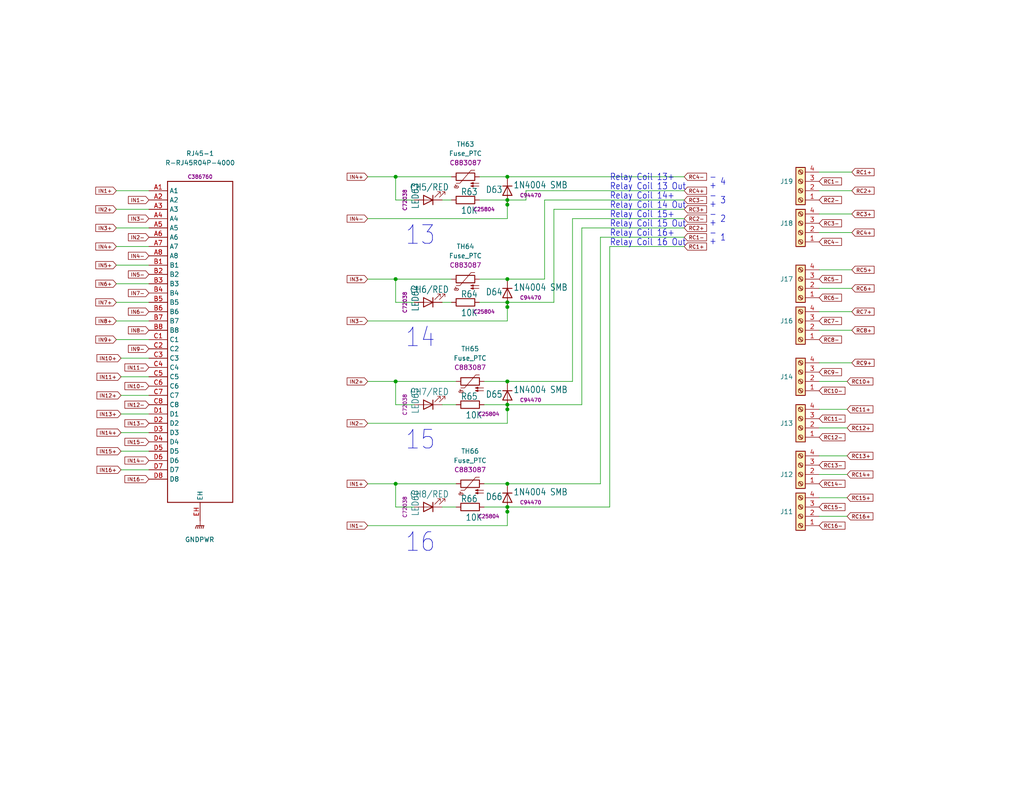
<source format=kicad_sch>
(kicad_sch (version 20211123) (generator eeschema)
  (paper "USLetter")
  (title_block (title "Relay Driver 8xRJ45") (date "2023-01-09") (rev "v0.1"))
  (junction (at -71.12 -83.82))
  (junction (at 177.8 -144.78))
  (junction (at 78.74 -115.57))
  (junction (at -101.6 -83.82))
  (junction (at -71.12 -77.47))
  (junction (at 78.74 -137.16))
  (junction (at 138.43 54.61))
  (junction (at 78.74 -87.63))
  (junction (at 208.28 -88.9))
  (junction (at 107.95 104.14))
  (junction (at 208.28 -81.28))
  (junction (at 48.26 -87.63))
  (junction (at 208.28 -109.22))
  (junction (at 208.28 -116.84))
  (junction (at 78.74 -107.95))
  (junction (at 78.74 -109.22))
  (junction (at 138.43 83.82))
  (junction (at -71.12 -105.41))
  (junction (at 48.26 -143.51))
  (junction (at 138.43 110.49))
  (junction (at -71.12 -76.2))
  (junction (at 208.28 -144.78))
  (junction (at 78.74 -143.51))
  (junction (at 177.8 -60.96))
  (junction (at -71.12 -48.26))
  (junction (at 177.8 -88.9))
  (junction (at 208.28 -137.16))
  (junction (at -71.12 -133.35))
  (junction (at 138.43 111.76))
  (junction (at 78.74 -53.34))
  (junction (at 78.74 -80.01))
  (junction (at 78.74 -81.28))
  (junction (at -101.6 -111.76))
  (junction (at 138.43 76.2))
  (junction (at 138.43 139.7))
  (junction (at -71.12 -111.76))
  (junction (at 78.74 -135.89))
  (junction (at 48.26 -59.69))
  (junction (at 78.74 -52.07))
  (junction (at 138.43 55.88))
  (junction (at 138.43 82.55))
  (junction (at 138.43 104.14))
  (junction (at -71.12 -49.53))
  (junction (at 208.28 -53.34))
  (junction (at 208.28 -60.96))
  (junction (at -101.6 -140.97))
  (junction (at 78.74 -59.69))
  (junction (at 48.26 -115.57))
  (junction (at 107.95 48.26))
  (junction (at 138.43 48.26))
  (junction (at 138.43 132.08))
  (junction (at -101.6 -55.88))
  (junction (at 138.43 138.43))
  (junction (at 107.95 132.08))
  (junction (at -71.12 -140.97))
  (junction (at 107.95 76.2))
  (junction (at 177.8 -116.84))
  (junction (at -71.12 -104.14))
  (junction (at -71.12 -55.88))
  (wire (pts (xy 232.41 52.07) (xy 223.52 52.07)))
  (wire (pts (xy -78.74 -105.41) (xy -71.12 -105.41)))
  (wire (pts (xy 48.26 -115.57) (xy 63.5 -115.57)))
  (wire (pts (xy -101.6 -140.97) (xy -86.36 -140.97)))
  (wire (pts (xy 48.26 -143.51) (xy 64.77 -143.51)))
  (wire (pts (xy 201.93 -137.16) (xy 208.28 -137.16)))
  (wire (pts (xy -78.74 -111.76) (xy -71.12 -111.76)))
  (wire (pts (xy 228.6 -129.54) (xy 228.6 -81.28)))
  (wire (pts (xy 186.69 57.15) (xy 151.13 57.15)))
  (wire (pts (xy 107.95 104.14) (xy 107.95 110.49)))
  (wire (pts (xy -78.74 -133.35) (xy -71.12 -133.35)))
  (wire (pts (xy 233.68 -127) (xy 233.68 -60.96)))
  (wire (pts (xy 231.14 124.46) (xy 223.52 124.46)))
  (wire (pts (xy -71.12 -55.88) (xy -45.72 -55.88)))
  (wire (pts (xy 107.95 76.2) (xy 107.95 82.55)))
  (wire (pts (xy -71.12 -77.47) (xy -50.8 -77.47)))
  (wire (pts (xy 127 -134.62) (xy 91.44 -134.62)))
  (wire (pts (xy 78.74 -135.89) (xy 78.74 -132.08)))
  (wire (pts (xy -110.49 -55.88) (xy -101.6 -55.88)))
  (wire (pts (xy 186.69 54.61) (xy 148.59 54.61)))
  (wire (pts (xy 99.06 -129.54) (xy 99.06 -81.28)))
  (wire (pts (xy 232.41 99.06) (xy 223.52 99.06)))
  (wire (pts (xy -71.12 -133.35) (xy -66.04 -133.35)))
  (wire (pts (xy 138.43 59.69) (xy 138.43 55.88)))
  (wire (pts (xy -71.12 -111.76) (xy -60.96 -111.76)))
  (wire (pts (xy -53.34 -128.27) (xy -53.34 -83.82)))
  (wire (pts (xy 177.8 -116.84) (xy 193.04 -116.84)))
  (wire (pts (xy 208.28 -104.14) (xy 208.28 -109.22)))
  (wire (pts (xy -101.6 -133.35) (xy -96.52 -133.35)))
  (wire (pts (xy 78.74 -143.51) (xy 127 -143.51)))
  (wire (pts (xy 231.14 129.54) (xy 223.52 129.54)))
  (wire (pts (xy 208.28 -144.78) (xy 256.54 -144.78)))
  (wire (pts (xy 130.81 76.2) (xy 138.43 76.2)))
  (wire (pts (xy 31.75 52.07) (xy 40.64 52.07)))
  (wire (pts (xy 78.74 -80.01) (xy 78.74 -76.2)))
  (wire (pts (xy 231.14 111.76) (xy 223.52 111.76)))
  (wire (pts (xy 208.28 -81.28) (xy 208.28 -76.2)))
  (wire (pts (xy -101.6 -55.88) (xy -85.09 -55.88)))
  (wire (pts (xy 208.28 -53.34) (xy 236.22 -53.34)))
  (wire (pts (xy 201.93 -60.96) (xy 208.28 -60.96)))
  (wire (pts (xy -110.49 -140.97) (xy -101.6 -140.97)))
  (wire (pts (xy 191.77 -53.34) (xy 194.31 -53.34)))
  (wire (pts (xy -71.12 -44.45) (xy -71.12 -48.26)))
  (wire (pts (xy -101.6 -49.53) (xy -95.25 -49.53)))
  (wire (pts (xy 120.65 54.61) (xy 123.19 54.61)))
  (wire (pts (xy 127 -132.08) (xy 96.52 -132.08)))
  (wire (pts (xy 143.51 52.07) (xy 143.51 54.61)))
  (wire (pts (xy -77.47 -83.82) (xy -71.12 -83.82)))
  (wire (pts (xy -101.6 -111.76) (xy -101.6 -105.41)))
  (wire (pts (xy 231.14 116.84) (xy 223.52 116.84)))
  (wire (pts (xy 177.8 -81.28) (xy 184.15 -81.28)))
  (wire (pts (xy 138.43 115.57) (xy 138.43 111.76)))
  (wire (pts (xy -110.49 -72.39) (xy -71.12 -72.39)))
  (wire (pts (xy -71.12 -140.97) (xy -22.86 -140.97)))
  (wire (pts (xy 232.41 46.99) (xy 223.52 46.99)))
  (wire (pts (xy 107.95 82.55) (xy 113.03 82.55)))
  (wire (pts (xy 71.12 -109.22) (xy 78.74 -109.22)))
  (wire (pts (xy 48.26 -109.22) (xy 54.61 -109.22)))
  (wire (pts (xy 186.69 59.69) (xy 156.21 59.69)))
  (wire (pts (xy -101.6 -83.82) (xy -101.6 -77.47)))
  (wire (pts (xy 130.81 82.55) (xy 138.43 82.55)))
  (wire (pts (xy 208.28 -81.28) (xy 228.6 -81.28)))
  (wire (pts (xy 31.75 92.71) (xy 40.64 92.71)))
  (wire (pts (xy -50.8 -125.73) (xy -50.8 -77.47)))
  (wire (pts (xy 220.98 -134.62) (xy 220.98 -109.22)))
  (wire (pts (xy 186.69 64.77) (xy 163.83 64.77)))
  (wire (pts (xy 138.43 110.49) (xy 158.75 110.49)))
  (wire (pts (xy 106.68 -124.46) (xy 106.68 -53.34)))
  (wire (pts (xy -87.63 -49.53) (xy -85.09 -49.53)))
  (wire (pts (xy 31.75 67.31) (xy 40.64 67.31)))
  (wire (pts (xy 78.74 -107.95) (xy 78.74 -104.14)))
  (wire (pts (xy 39.37 -76.2) (xy 78.74 -76.2)))
  (wire (pts (xy 148.59 54.61) (xy 148.59 76.2)))
  (wire (pts (xy 170.18 -60.96) (xy 177.8 -60.96)))
  (wire (pts (xy -110.49 -100.33) (xy -71.12 -100.33)))
  (wire (pts (xy 96.52 -132.08) (xy 96.52 -87.63)))
  (wire (pts (xy 48.26 -81.28) (xy 54.61 -81.28)))
  (wire (pts (xy 138.43 143.51) (xy 138.43 139.7)))
  (wire (pts (xy 156.21 59.69) (xy 156.21 104.14)))
  (wire (pts (xy 78.74 -115.57) (xy 88.9 -115.57)))
  (wire (pts (xy 213.36 -139.7) (xy 213.36 -137.16)))
  (wire (pts (xy 231.14 140.97) (xy 223.52 140.97)))
  (wire (pts (xy 62.23 -81.28) (xy 64.77 -81.28)))
  (wire (pts (xy -60.96 -133.35) (xy -60.96 -111.76)))
  (wire (pts (xy 208.28 -116.84) (xy 218.44 -116.84)))
  (wire (pts (xy -22.86 -120.65) (xy -43.18 -120.65)))
  (wire (pts (xy 138.43 48.26) (xy 186.69 48.26)))
  (wire (pts (xy 132.08 132.08) (xy 138.43 132.08)))
  (wire (pts (xy 256.54 -124.46) (xy 236.22 -124.46)))
  (wire (pts (xy 177.8 -137.16) (xy 184.15 -137.16)))
  (wire (pts (xy 191.77 -81.28) (xy 194.31 -81.28)))
  (wire (pts (xy -22.86 -128.27) (xy -53.34 -128.27)))
  (wire (pts (xy -78.74 -140.97) (xy -71.12 -140.97)))
  (wire (pts (xy 163.83 64.77) (xy 163.83 132.08)))
  (wire (pts (xy 127 -137.16) (xy 88.9 -137.16)))
  (wire (pts (xy 107.95 76.2) (xy 123.19 76.2)))
  (wire (pts (xy 72.39 -143.51) (xy 78.74 -143.51)))
  (wire (pts (xy -101.6 -111.76) (xy -86.36 -111.76)))
  (wire (pts (xy 138.43 110.49) (xy 138.43 111.76)))
  (wire (pts (xy 138.43 104.14) (xy 156.21 104.14)))
  (wire (pts (xy 100.33 48.26) (xy 107.95 48.26)))
  (wire (pts (xy 138.43 54.61) (xy 138.43 55.88)))
  (wire (pts (xy 208.28 -88.9) (xy 226.06 -88.9)))
  (wire (pts (xy -110.49 -44.45) (xy -71.12 -44.45)))
  (wire (pts (xy 62.23 -137.16) (xy 64.77 -137.16)))
  (wire (pts (xy 39.37 -48.26) (xy 78.74 -48.26)))
  (wire (pts (xy -66.04 -135.89) (xy -66.04 -133.35)))
  (wire (pts (xy 177.8 -60.96) (xy 194.31 -60.96)))
  (wire (pts (xy 186.69 67.31) (xy 166.37 67.31)))
  (wire (pts (xy 132.08 104.14) (xy 138.43 104.14)))
  (wire (pts (xy 31.75 82.55) (xy 40.64 82.55)))
  (wire (pts (xy -101.6 -140.97) (xy -101.6 -133.35)))
  (wire (pts (xy 138.43 132.08) (xy 163.83 132.08)))
  (wire (pts (xy -22.86 -125.73) (xy -50.8 -125.73)))
  (wire (pts (xy -110.49 -111.76) (xy -101.6 -111.76)))
  (wire (pts (xy 31.75 87.63) (xy 40.64 87.63)))
  (wire (pts (xy 100.33 76.2) (xy 107.95 76.2)))
  (wire (pts (xy 78.74 -81.28) (xy 78.74 -80.01)))
  (wire (pts (xy 39.37 -143.51) (xy 48.26 -143.51)))
  (wire (pts (xy 48.26 -143.51) (xy 48.26 -137.16)))
  (wire (pts (xy 48.26 -87.63) (xy 48.26 -81.28)))
  (wire (pts (xy 138.43 82.55) (xy 151.13 82.55)))
  (wire (pts (xy 232.41 73.66) (xy 223.52 73.66)))
  (wire (pts (xy 170.18 -48.26) (xy 208.28 -48.26)))
  (wire (pts (xy 120.65 110.49) (xy 124.46 110.49)))
  (wire (pts (xy 33.02 113.03) (xy 40.64 113.03)))
  (wire (pts (xy 232.41 78.74) (xy 223.52 78.74)))
  (wire (pts (xy 127 -129.54) (xy 99.06 -129.54)))
  (wire (pts (xy 78.74 -87.63) (xy 96.52 -87.63)))
  (wire (pts (xy 177.8 -109.22) (xy 184.15 -109.22)))
  (wire (pts (xy -77.47 -49.53) (xy -71.12 -49.53)))
  (wire (pts (xy 48.26 -53.34) (xy 48.26 -59.69)))
  (wire (pts (xy 78.74 -109.22) (xy 91.44 -109.22)))
  (wire (pts (xy 120.65 138.43) (xy 124.46 138.43)))
  (wire (pts (xy 33.02 118.11) (xy 40.64 118.11)))
  (wire (pts (xy 33.02 123.19) (xy 40.64 123.19)))
  (wire (pts (xy 107.95 138.43) (xy 113.03 138.43)))
  (wire (pts (xy 100.33 143.51) (xy 138.43 143.51)))
  (wire (pts (xy -71.12 -77.47) (xy -71.12 -76.2)))
  (wire (pts (xy -43.18 -120.65) (xy -43.18 -49.53)))
  (wire (pts (xy 191.77 -137.16) (xy 194.31 -137.16)))
  (wire (pts (xy 100.33 104.14) (xy 107.95 104.14)))
  (wire (pts (xy -71.12 -49.53) (xy -71.12 -48.26)))
  (wire (pts (xy 91.44 -134.62) (xy 91.44 -109.22)))
  (wire (pts (xy 236.22 -124.46) (xy 236.22 -53.34)))
  (wire (pts (xy 33.02 102.87) (xy 40.64 102.87)))
  (wire (pts (xy 100.33 87.63) (xy 138.43 87.63)))
  (wire (pts (xy 256.54 -134.62) (xy 220.98 -134.62)))
  (wire (pts (xy 39.37 -104.14) (xy 78.74 -104.14)))
  (wire (pts (xy -77.47 -55.88) (xy -71.12 -55.88)))
  (wire (pts (xy 107.95 48.26) (xy 107.95 54.61)))
  (wire (pts (xy 177.8 -116.84) (xy 177.8 -109.22)))
  (wire (pts (xy -22.86 -130.81) (xy -58.42 -130.81)))
  (wire (pts (xy -101.6 -77.47) (xy -95.25 -77.47)))
  (wire (pts (xy 88.9 -137.16) (xy 88.9 -115.57)))
  (wire (pts (xy -71.12 -83.82) (xy -53.34 -83.82)))
  (wire (pts (xy 177.8 -88.9) (xy 194.31 -88.9)))
  (wire (pts (xy 177.8 -144.78) (xy 177.8 -137.16)))
  (wire (pts (xy 218.44 -137.16) (xy 218.44 -116.84)))
  (wire (pts (xy 83.82 -139.7) (xy 83.82 -137.16)))
  (wire (pts (xy 177.8 -144.78) (xy 194.31 -144.78)))
  (wire (pts (xy 201.93 -53.34) (xy 208.28 -53.34)))
  (wire (pts (xy 232.41 63.5) (xy 223.52 63.5)))
  (wire (pts (xy 151.13 57.15) (xy 151.13 82.55)))
  (wire (pts (xy 256.54 -139.7) (xy 213.36 -139.7)))
  (wire (pts (xy 231.14 135.89) (xy 223.52 135.89)))
  (wire (pts (xy 33.02 107.95) (xy 40.64 107.95)))
  (wire (pts (xy -87.63 -77.47) (xy -85.09 -77.47)))
  (wire (pts (xy 226.06 -132.08) (xy 226.06 -88.9)))
  (wire (pts (xy 158.75 62.23) (xy 158.75 110.49)))
  (wire (pts (xy 72.39 -81.28) (xy 78.74 -81.28)))
  (wire (pts (xy 78.74 -81.28) (xy 99.06 -81.28)))
  (wire (pts (xy -110.49 -83.82) (xy -101.6 -83.82)))
  (wire (pts (xy 138.43 138.43) (xy 166.37 138.43)))
  (wire (pts (xy 33.02 97.79) (xy 40.64 97.79)))
  (wire (pts (xy 31.75 57.15) (xy 40.64 57.15)))
  (wire (pts (xy 186.69 52.07) (xy 143.51 52.07)))
  (wire (pts (xy 208.28 -48.26) (xy 208.28 -53.34)))
  (wire (pts (xy -45.72 -123.19) (xy -45.72 -55.88)))
  (wire (pts (xy -71.12 -133.35) (xy -71.12 -128.27)))
  (wire (pts (xy 186.69 62.23) (xy 158.75 62.23)))
  (wire (pts (xy 138.43 87.63) (xy 138.43 83.82)))
  (wire (pts (xy -71.12 -128.27) (xy -110.49 -128.27)))
  (wire (pts (xy 107.95 110.49) (xy 113.03 110.49)))
  (wire (pts (xy -71.12 -121.92) (xy -71.12 -120.65)))
  (wire (pts (xy -22.86 -133.35) (xy -60.96 -133.35)))
  (wire (pts (xy -71.12 -49.53) (xy -43.18 -49.53)))
  (wire (pts (xy 48.26 -115.57) (xy 48.26 -109.22)))
  (wire (pts (xy 71.12 -115.57) (xy 78.74 -115.57)))
  (wire (pts (xy 78.74 -48.26) (xy 78.74 -52.07)))
  (wire (pts (xy 177.8 -88.9) (xy 177.8 -81.28)))
  (wire (pts (xy 170.18 -104.14) (xy 208.28 -104.14)))
  (wire (pts (xy 201.93 -88.9) (xy 208.28 -88.9)))
  (wire (pts (xy 72.39 -53.34) (xy 78.74 -53.34)))
  (wire (pts (xy 170.18 -116.84) (xy 177.8 -116.84)))
  (wire (pts (xy 130.81 54.61) (xy 138.43 54.61)))
  (wire (pts (xy 138.43 54.61) (xy 143.51 54.61)))
  (wire (pts (xy 39.37 -59.69) (xy 48.26 -59.69)))
  (wire (pts (xy 104.14 -127) (xy 104.14 -59.69)))
  (wire (pts (xy 232.41 90.17) (xy 223.52 90.17)))
  (wire (pts (xy 208.28 -137.16) (xy 213.36 -137.16)))
  (wire (pts (xy 78.74 -137.16) (xy 78.74 -135.89)))
  (wire (pts (xy -22.86 -123.19) (xy -45.72 -123.19)))
  (wire (pts (xy 33.02 128.27) (xy 40.64 128.27)))
  (wire (pts (xy 78.74 -137.16) (xy 83.82 -137.16)))
  (wire (pts (xy -101.6 -83.82) (xy -85.09 -83.82)))
  (wire (pts (xy 48.26 -137.16) (xy 54.61 -137.16)))
  (wire (pts (xy 48.26 -87.63) (xy 64.77 -87.63)))
  (wire (pts (xy 208.28 -132.08) (xy 208.28 -137.16)))
  (wire (pts (xy 208.28 -109.22) (xy 220.98 -109.22)))
  (wire (pts (xy 232.41 85.09) (xy 223.52 85.09)))
  (wire (pts (xy 78.74 -59.69) (xy 104.14 -59.69)))
  (wire (pts (xy 100.33 115.57) (xy 138.43 115.57)))
  (wire (pts (xy 72.39 -87.63) (xy 78.74 -87.63)))
  (wire (pts (xy 72.39 -137.16) (xy 78.74 -137.16)))
  (wire (pts (xy 256.54 -137.16) (xy 218.44 -137.16)))
  (wire (pts (xy 201.93 -81.28) (xy 208.28 -81.28)))
  (wire (pts (xy 107.95 54.61) (xy 113.03 54.61)))
  (wire (pts (xy 256.54 -132.08) (xy 226.06 -132.08)))
  (wire (pts (xy 39.37 -87.63) (xy 48.26 -87.63)))
  (wire (pts (xy 100.33 132.08) (xy 107.95 132.08)))
  (wire (pts (xy 78.74 -109.22) (xy 78.74 -107.95)))
  (wire (pts (xy 170.18 -132.08) (xy 208.28 -132.08)))
  (wire (pts (xy 31.75 62.23) (xy 40.64 62.23)))
  (wire (pts (xy 130.81 48.26) (xy 138.43 48.26)))
  (wire (pts (xy -58.42 -130.81) (xy -58.42 -105.41)))
  (wire (pts (xy 200.66 -116.84) (xy 208.28 -116.84)))
  (wire (pts (xy 107.95 132.08) (xy 107.95 138.43)))
  (wire (pts (xy 138.43 82.55) (xy 138.43 83.82)))
  (wire (pts (xy 231.14 104.14) (xy 223.52 104.14)))
  (wire (pts (xy 166.37 67.31) (xy 166.37 138.43)))
  (wire (pts (xy -71.12 -72.39) (xy -71.12 -76.2)))
  (wire (pts (xy 132.08 110.49) (xy 138.43 110.49)))
  (wire (pts (xy 127 -139.7) (xy 83.82 -139.7)))
  (wire (pts (xy 127 -124.46) (xy 106.68 -124.46)))
  (wire (pts (xy 201.93 -144.78) (xy 208.28 -144.78)))
  (wire (pts (xy 78.74 -53.34) (xy 106.68 -53.34)))
  (wire (pts (xy -71.12 -105.41) (xy -71.12 -104.14)))
  (wire (pts (xy -101.6 -105.41) (xy -96.52 -105.41)))
  (wire (pts (xy 191.77 -109.22) (xy 193.04 -109.22)))
  (wire (pts (xy 132.08 138.43) (xy 138.43 138.43)))
  (wire (pts (xy -77.47 -77.47) (xy -71.12 -77.47)))
  (wire (pts (xy 78.74 -53.34) (xy 78.74 -52.07)))
  (wire (pts (xy 256.54 -127) (xy 233.68 -127)))
  (wire (pts (xy 177.8 -53.34) (xy 184.15 -53.34)))
  (wire (pts (xy -71.12 -104.14) (xy -71.12 -100.33)))
  (wire (pts (xy 170.18 -76.2) (xy 208.28 -76.2)))
  (wire (pts (xy 232.41 58.42) (xy 223.52 58.42)))
  (wire (pts (xy -88.9 -133.35) (xy -86.36 -133.35)))
  (wire (pts (xy 120.65 82.55) (xy 123.19 82.55)))
  (wire (pts (xy 72.39 -59.69) (xy 78.74 -59.69)))
  (wire (pts (xy 39.37 -132.08) (xy 78.74 -132.08)))
  (wire (pts (xy 62.23 -109.22) (xy 63.5 -109.22)))
  (wire (pts (xy -101.6 -55.88) (xy -101.6 -49.53)))
  (wire (pts (xy 170.18 -144.78) (xy 177.8 -144.78)))
  (wire (pts (xy 107.95 104.14) (xy 124.46 104.14)))
  (wire (pts (xy 138.43 138.43) (xy 138.43 139.7)))
  (wire (pts (xy 138.43 76.2) (xy 148.59 76.2)))
  (wire (pts (xy 31.75 77.47) (xy 40.64 77.47)))
  (wire (pts (xy 31.75 72.39) (xy 40.64 72.39)))
  (wire (pts (xy -88.9 -105.41) (xy -86.36 -105.41)))
  (wire (pts (xy 256.54 -129.54) (xy 228.6 -129.54)))
  (wire (pts (xy 107.95 48.26) (xy 123.19 48.26)))
  (wire (pts (xy 208.28 -60.96) (xy 233.68 -60.96)))
  (wire (pts (xy 48.26 -59.69) (xy 64.77 -59.69)))
  (wire (pts (xy 100.33 59.69) (xy 138.43 59.69)))
  (wire (pts (xy 48.26 -53.34) (xy 53.34 -53.34)))
  (wire (pts (xy 170.18 -88.9) (xy 177.8 -88.9)))
  (wire (pts (xy 177.8 -60.96) (xy 177.8 -53.34)))
  (wire (pts (xy -22.86 -135.89) (xy -66.04 -135.89)))
  (wire (pts (xy -71.12 -105.41) (xy -58.42 -105.41)))
  (wire (pts (xy 60.96 -53.34) (xy 64.77 -53.34)))
  (wire (pts (xy 107.95 132.08) (xy 124.46 132.08)))
  (wire (pts (xy 200.66 -109.22) (xy 208.28 -109.22)))
  (wire (pts (xy 39.37 -115.57) (xy 48.26 -115.57)))
  (wire (pts (xy 127 -127) (xy 104.14 -127)))
  (text "-" (at 264.922 -131.572 180) (effects (font (size 1.778 1.5113)) (justify right bottom)))
  (text "Relay Coil 4+" (at -43.18 -123.19 180) (effects (font (size 1.778 1.5113)) (justify left bottom)))
  (text "+" (at 195.58 61.976 180) (effects (font (size 1.778 1.5113)) (justify right bottom)))
  (text "3" (at 198.12 55.88 180) (effects (font (size 1.778 1.5113)) (justify right bottom)))
  (text "6" (at 269.24 -130.81 180) (effects (font (size 1.778 1.5113)) (justify right bottom)))
  (text "Relay Coil 14 Out" (at 166.37 57.15 180) (effects (font (size 1.778 1.5113)) (justify left bottom)))
  (text "5" (at -10.16 -120.65 180) (effects (font (size 1.778 1.5113)) (justify right bottom)))
  (text "Relay Coil 2+" (at -43.18 -133.35 180) (effects (font (size 1.778 1.5113)) (justify left bottom)))
  (text "5" (at 140.97 -125.73 180) (effects (font (size 1.778 1.5113)) (justify right bottom)))
  (text "Relay Driver Outputs" (at -95.25 -146.05 180) (effects (font (size 1.778 1.5113)) (justify left bottom)))
  (text "+" (at 264.922 -134.366 180) (effects (font (size 1.778 1.5113)) (justify right bottom)))
  (text "Relay Coil 13+" (at 166.37 49.53 180) (effects (font (size 1.778 1.5113)) (justify left bottom)))
  (text "-" (at 137.16 -132.08 180) (effects (font (size 1.778 1.5113)) (justify right bottom)))
  (text "Relay Coil 1 Out" (at -43.18 -135.89 180) (effects (font (size 1.778 1.5113)) (justify left bottom)))
  (text "Relay Coil 7 Out" (at 106.68 -129.54 180) (effects (font (size 1.778 1.5113)) (justify left bottom)))
  (text "7" (at 140.97 -135.89 180) (effects (font (size 1.778 1.5113)) (justify right bottom)))
  (text "2" (at 198.12 60.96 180) (effects (font (size 1.778 1.5113)) (justify right bottom)))
  (text "-" (at 195.58 54.61 180) (effects (font (size 1.778 1.5113)) (justify right bottom)))
  (text "4" (at -99.06 -36.83 180) (effects (font (size 5.08 4.318)) (justify left bottom)))
  (text "+" (at -12.7 -124.46 180) (effects (font (size 1.778 1.5113)) (justify right bottom)))
  (text "+" (at -12.7 -119.38 180) (effects (font (size 1.778 1.5113)) (justify right bottom)))
  (text "11" (at 180.34 -68.58 180) (effects (font (size 5.08 4.318)) (justify left bottom)))
  (text "7" (at -10.16 -130.81 180) (effects (font (size 1.778 1.5113)) (justify right bottom)))
  (text "Relay Coil 10+" (at 236.22 -137.16 180) (effects (font (size 1.778 1.5113)) (justify left bottom)))
  (text "Relay Coil 16 Out" (at 166.37 67.31 180) (effects (font (size 1.778 1.5113)) (justify left bottom)))
  (text "12" (at 180.34 -40.64 180) (effects (font (size 5.08 4.318)) (justify left bottom)))
  (text "Relay Coil 15 Out" (at 166.37 62.23 180) (effects (font (size 1.778 1.5113)) (justify left bottom)))
  (text "6" (at 140.97 -130.81 180) (effects (font (size 1.778 1.5113)) (justify right bottom)))
  (text "8" (at 269.24 -140.97 180) (effects (font (size 1.778 1.778)) (justify right bottom)))
  (text "+" (at 195.58 67.056 180) (effects (font (size 1.778 1.5113)) (justify right bottom)))
  (text "-" (at -12.7 -139.7 180) (effects (font (size 1.778 1.5113)) (justify right bottom)))
  (text "1" (at 198.12 66.04 180) (effects (font (size 1.778 1.5113)) (justify right bottom)))
  (text "Relay Coil 12+" (at 236.22 -127 180) (effects (font (size 1.778 1.5113)) (justify left bottom)))
  (text "4" (at 198.12 50.8 180) (effects (font (size 1.778 1.5113)) (justify right bottom)))
  (text "-" (at -12.7 -131.826 180) (effects (font (size 1.778 1.5113)) (justify right bottom)))
  (text "Relay Coil 12 Out" (at 236.22 -124.46 180) (effects (font (size 1.778 1.5113)) (justify left bottom)))
  (text "16" (at 110.49 151.13 180) (effects (font (size 5.08 4.318)) (justify left bottom)))
  (text "Relay Coil 7+" (at 106.68 -132.08 180) (effects (font (size 1.778 1.5113)) (justify left bottom)))
  (text "Relay Coil 13 Out" (at 166.37 52.07 180) (effects (font (size 1.778 1.5113)) (justify left bottom)))
  (text "+" (at 137.16 -139.954 180) (effects (font (size 1.778 1.5113)) (justify right bottom)))
  (text "5" (at 50.8 -124.46 180) (effects (font (size 5.08 4.318)) (justify left bottom)))
  (text "15" (at 110.49 123.19 180) (effects (font (size 5.08 4.318)) (justify left bottom)))
  (text "Relay Coil 1+" (at -43.18 -138.43 180) (effects (font (size 1.778 1.5113)) (justify left bottom)))
  (text "+" (at 264.922 -129.286 180) (effects (font (size 1.778 1.5113)) (justify right bottom)))
  (text "Relay Coil 3+" (at -43.18 -128.27 180) (effects (font (size 1.778 1.5113)) (justify left bottom)))
  (text "-" (at 137.16 -137.16 180) (effects (font (size 1.778 1.5113)) (justify right bottom)))
  (text "Relay Coil 15+" (at 166.37 59.69 180) (effects (font (size 1.778 1.5113)) (justify left bottom)))
  (text "-" (at 195.58 64.77 180) (effects (font (size 1.778 1.5113)) (justify right bottom)))
  (text "8" (at 50.8 -40.64 180) (effects (font (size 5.08 4.318)) (justify left bottom)))
  (text "-" (at 264.922 -125.222 180) (effects (font (size 1.778 1.5113)) (justify right bottom)))
  (text "-" (at 195.58 59.69 180) (effects (font (size 1.778 1.5113)) (justify right bottom)))
  (text "10" (at 180.34 -96.52 180) (effects (font (size 5.08 4.318)) (justify left bottom)))
  (text "+" (at -12.7 -134.62 180) (effects (font (size 1.778 1.5113)) (justify right bottom)))
  (text "+" (at 137.16 -129.794 180) (effects (font (size 1.778 1.5113)) (justify right bottom)))
  (text "Relay Coil 14+" (at 166.37 54.61 180) (effects (font (size 1.778 1.5113)) (justify left bottom)))
  (text "6" (at 50.8 -96.52 180) (effects (font (size 5.08 4.318)) (justify left bottom)))
  (text "-" (at 137.16 -127 180) (effects (font (size 1.778 1.5113)) (justify right bottom)))
  (text "Relay Coil 8+" (at 106.68 -127 180) (effects (font (size 1.778 1.5113)) (justify left bottom)))
  (text "3" (at -99.06 -64.77 180) (effects (font (size 5.08 4.318)) (justify left bottom)))
  (text "+" (at 195.58 51.816 180) (effects (font (size 1.778 1.5113)) (justify right bottom)))
  (text "Relay Coil 11 Out" (at 236.22 -129.54 180) (effects (font (size 1.778 1.5113)) (justify left bottom)))
  (text "6" (at -10.16 -125.73 180) (effects (font (size 1.778 1.5113)) (justify right bottom)))
  (text "Relay Coil 4 Out" (at -43.18 -120.65 180) (effects (font (size 1.778 1.5113)) (justify left bottom)))
  (text "7" (at 50.8 -68.58 180) (effects (font (size 5.08 4.318)) (justify left bottom)))
  (text "-" (at 137.16 -142.494 180) (effects (font (size 1.778 1.5113)) (justify right bottom)))
  (text "Relay Coil 3 Out" (at -43.18 -125.73 180) (effects (font (size 1.778 1.5113)) (justify left bottom)))
  (text "+" (at 137.16 -134.874 180) (effects (font (size 1.778 1.5113)) (justify right bottom)))
  (text "+" (at 137.16 -124.714 180) (effects (font (size 1.778 1.5113)) (justify right bottom)))
  (text "Relay Coil 6+" (at 106.68 -137.16 180) (effects (font (size 1.778 1.5113)) (justify left bottom)))
  (text "1" (at -99.06 -120.65 180) (effects (font (size 5.08 4.318)) (justify left bottom)))
  (text "Relay Coil 6 Out" (at 106.68 -134.62 180) (effects (font (size 1.778 1.5113)) (justify left bottom)))
  (text "Relay Coil 2 Out" (at -43.18 -130.81 180) (effects (font (size 1.778 1.5113)) (justify left bottom)))
  (text "Relay Coil 5+" (at 106.68 -142.24 180) (effects (font (size 1.778 1.5113)) (justify left bottom)))
  (text "+" (at 264.922 -122.936 180) (effects (font (size 1.778 1.5113)) (justify right bottom)))
  (text "Relay Coil 5 Out" (at 106.68 -139.7 180) (effects (font (size 1.778 1.5113)) (justify left bottom)))
  (text "8" (at -10.16 -137.16 180) (effects (font (size 1.778 1.778)) (justify right bottom)))
  (text "14" (at 110.49 95.25 180) (effects (font (size 5.08 4.318)) (justify left bottom)))
  (text "-" (at -12.7 -126.746 180) (effects (font (size 1.778 1.5113)) (justify right bottom)))
  (text "-" (at 195.58 49.53 180) (effects (font (size 1.778 1.5113)) (justify right bottom)))
  (text "Relay Coil 9 Out" (at 236.22 -139.7 180) (effects (font (size 1.778 1.5113)) (justify left bottom)))
  (text "5" (at 269.24 -124.46 180) (effects (font (size 1.778 1.5113)) (justify right bottom)))
  (text "2" (at -99.06 -92.71 180) (effects (font (size 5.08 4.318)) (justify left bottom)))
  (text "Relay Coil 10 Out" (at 236.22 -134.62 180) (effects (font (size 1.778 1.5113)) (justify left bottom)))
  (text "+" (at 195.58 56.896 180) (effects (font (size 1.778 1.5113)) (justify right bottom)))
  (text "+" (at 265.43 -138.43 180) (effects (font (size 1.778 1.5113)) (justify right bottom)))
  (text "Relay Coil 16+" (at 166.37 64.77 180) (effects (font (size 1.778 1.5113)) (justify left bottom)))
  (text "Relay Coil 9+" (at 236.22 -142.24 180) (effects (font (size 1.778 1.5113)) (justify left bottom)))
  (text "13" (at 110.49 67.31 180) (effects (font (size 5.08 4.318)) (justify left bottom)))
  (text "-" (at -12.7 -121.666 180) (effects (font (size 1.778 1.5113)) (justify right bottom)))
  (text "-" (at 265.43 -143.51 180) (effects (font (size 1.778 1.5113)) (justify right bottom)))
  (text "Relay Coil 11+" (at 236.22 -132.08 180) (effects (font (size 1.778 1.5113)) (justify left bottom)))
  (text "Relay Coil 8 Out" (at 106.68 -124.46 180) (effects (font (size 1.778 1.5113)) (justify left bottom)))
  (text "8" (at 140.97 -140.97 180) (effects (font (size 1.778 1.778)) (justify right bottom)))
  (text "-" (at 264.922 -136.652 180) (effects (font (size 1.778 1.5113)) (justify right bottom)))
  (text "7" (at 269.24 -135.89 180) (effects (font (size 1.778 1.5113)) (justify right bottom)))
  (text "9" (at 180.34 -124.46 180) (effects (font (size 5.08 4.318)) (justify left bottom)))
  (text "+" (at -12.7 -129.54 180) (effects (font (size 1.778 1.5113)) (justify right bottom)))
  (global_label "IN6+" (shape input) (at 31.75 77.47 180) (effects (font (size 1 1))) (property "Intersheet References" "${INTERSHEET_REFS}" (effects hide)))
  (global_label "IN4+" (shape input) (at 31.75 67.31 180) (effects (font (size 1 1))) (property "Intersheet References" "${INTERSHEET_REFS}" (effects hide)))
  (global_label "IN4-" (shape input) (at 100.33 59.69 180) (effects (font (size 1 1))) (property "Intersheet References" "${INTERSHEET_REFS}" (effects hide)))
  (global_label "IN7-" (shape input) (at 40.64 80.01 180) (effects (font (size 1 1))) (property "Intersheet References" "${INTERSHEET_REFS}" (effects hide)))
  (global_label "RC13+" (shape input) (at 231.14 124.46 0) (effects (font (size 1 1))) (property "Intersheet References" "${INTERSHEET_REFS}" (effects hide)))
  (global_label "RC3+" (shape input) (at 232.41 58.42 0) (effects (font (size 1 1))) (property "Intersheet References" "${INTERSHEET_REFS}" (effects hide)))
  (global_label "RC8-" (shape input) (at 223.52 92.71 0) (effects (font (size 1 1))) (property "Intersheet References" "${INTERSHEET_REFS}" (effects hide)))
  (global_label "IN1+" (shape input) (at 31.75 52.07 180) (effects (font (size 1 1))) (property "Intersheet References" "${INTERSHEET_REFS}" (effects hide)))
  (global_label "RC3-" (shape input) (at 186.69 54.61 0) (effects (font (size 1 1))) (property "Intersheet References" "${INTERSHEET_REFS}" (effects hide)))
  (global_label "IN6+" (shape input) (at 170.18 -88.9 180) (effects (font (size 1 1))) (property "Intersheet References" "${INTERSHEET_REFS}" (effects hide)))
  (global_label "IN14+" (shape input) (at 33.02 118.11 180) (effects (font (size 1 1))) (property "Intersheet References" "${INTERSHEET_REFS}" (effects hide)))
  (global_label "IN11+" (shape input) (at 39.37 -115.57 180) (effects (font (size 1 1))) (property "Intersheet References" "${INTERSHEET_REFS}" (effects hide)))
  (global_label "IN2+" (shape input) (at 31.75 57.15 180) (effects (font (size 1 1))) (property "Intersheet References" "${INTERSHEET_REFS}" (effects hide)))
  (global_label "RC12+" (shape input) (at 127 -139.7 0) (effects (font (size 1 1))) (property "Intersheet References" "${INTERSHEET_REFS}" (effects hide)))
  (global_label "IN9-" (shape input) (at 39.37 -48.26 180) (effects (font (size 1 1))) (property "Intersheet References" "${INTERSHEET_REFS}" (effects hide)))
  (global_label "RC9-" (shape input) (at 223.52 101.6 0) (effects (font (size 1 1))) (property "Intersheet References" "${INTERSHEET_REFS}" (effects hide)))
  (global_label "RC14-" (shape input) (at 223.52 132.08 0) (effects (font (size 1 1))) (property "Intersheet References" "${INTERSHEET_REFS}" (effects hide)))
  (global_label "IN12-" (shape input) (at 40.64 110.49 180) (effects (font (size 1 1))) (property "Intersheet References" "${INTERSHEET_REFS}" (effects hide)))
  (global_label "IN14-" (shape input) (at 40.64 125.73 180) (effects (font (size 1 1))) (property "Intersheet References" "${INTERSHEET_REFS}" (effects hide)))
  (global_label "IN3-" (shape input) (at 40.64 59.69 180) (effects (font (size 1 1))) (property "Intersheet References" "${INTERSHEET_REFS}" (effects hide)))
  (global_label "RC8-" (shape input) (at 256.54 -144.78 0) (effects (font (size 1 1))) (property "Intersheet References" "${INTERSHEET_REFS}" (effects hide)))
  (global_label "RC10+" (shape input) (at 231.14 104.14 0) (effects (font (size 1 1))) (property "Intersheet References" "${INTERSHEET_REFS}" (effects hide)))
  (global_label "RC11+" (shape input) (at 127 -134.62 0) (effects (font (size 1 1))) (property "Intersheet References" "${INTERSHEET_REFS}" (effects hide)))
  (global_label "IN1-" (shape input) (at 40.64 54.61 180) (effects (font (size 1 1))) (property "Intersheet References" "${INTERSHEET_REFS}" (effects hide)))
  (global_label "RC13-" (shape input) (at -22.86 -123.19 0) (effects (font (size 1 1))) (property "Intersheet References" "${INTERSHEET_REFS}" (effects hide)))
  (global_label "IN13-" (shape input) (at -110.49 -44.45 180) (effects (font (size 1 1))) (property "Intersheet References" "${INTERSHEET_REFS}" (effects hide)))
  (global_label "IN12+" (shape input) (at 33.02 107.95 180) (effects (font (size 1 1))) (property "Intersheet References" "${INTERSHEET_REFS}" (effects hide)))
  (global_label "IN4-" (shape input) (at 40.64 69.85 180) (effects (font (size 1 1))) (property "Intersheet References" "${INTERSHEET_REFS}" (effects hide)))
  (global_label "RC11-" (shape input) (at 127 -137.16 0) (effects (font (size 1 1))) (property "Intersheet References" "${INTERSHEET_REFS}" (effects hide)))
  (global_label "IN6-" (shape input) (at 170.18 -76.2 180) (effects (font (size 1 1))) (property "Intersheet References" "${INTERSHEET_REFS}" (effects hide)))
  (global_label "IN2-" (shape input) (at 100.33 115.57 180) (effects (font (size 1 1))) (property "Intersheet References" "${INTERSHEET_REFS}" (effects hide)))
  (global_label "IN5+" (shape input) (at 170.18 -60.96 180) (effects (font (size 1 1))) (property "Intersheet References" "${INTERSHEET_REFS}" (effects hide)))
  (global_label "IN5+" (shape input) (at 31.75 72.39 180) (effects (font (size 1 1))) (property "Intersheet References" "${INTERSHEET_REFS}" (effects hide)))
  (global_label "RC7+" (shape input) (at 232.41 85.09 0) (effects (font (size 1 1))) (property "Intersheet References" "${INTERSHEET_REFS}" (effects hide)))
  (global_label "IN7+" (shape input) (at 31.75 82.55 180) (effects (font (size 1 1))) (property "Intersheet References" "${INTERSHEET_REFS}" (effects hide)))
  (global_label "RC14+" (shape input) (at 231.14 129.54 0) (effects (font (size 1 1))) (property "Intersheet References" "${INTERSHEET_REFS}" (effects hide)))
  (global_label "IN16-" (shape input) (at -110.49 -128.27 180) (effects (font (size 1 1))) (property "Intersheet References" "${INTERSHEET_REFS}" (effects hide)))
  (global_label "RC11+" (shape input) (at 231.14 111.76 0) (effects (font (size 1 1))) (property "Intersheet References" "${INTERSHEET_REFS}" (effects hide)))
  (global_label "RC15-" (shape input) (at 223.52 138.43 0) (effects (font (size 1 1))) (property "Intersheet References" "${INTERSHEET_REFS}" (effects hide)))
  (global_label "IN6-" (shape input) (at 40.64 85.09 180) (effects (font (size 1 1))) (property "Intersheet References" "${INTERSHEET_REFS}" (effects hide)))
  (global_label "RC12+" (shape input) (at 231.14 116.84 0) (effects (font (size 1 1))) (property "Intersheet References" "${INTERSHEET_REFS}" (effects hide)))
  (global_label "IN9+" (shape input) (at 39.37 -59.69 180) (effects (font (size 1 1))) (property "Intersheet References" "${INTERSHEET_REFS}" (effects hide)))
  (global_label "IN11+" (shape input) (at 33.02 102.87 180) (effects (font (size 1 1))) (property "Intersheet References" "${INTERSHEET_REFS}" (effects hide)))
  (global_label "IN11-" (shape input) (at 39.37 -104.14 180) (effects (font (size 1 1))) (property "Intersheet References" "${INTERSHEET_REFS}" (effects hide)))
  (global_label "IN8-" (shape input) (at 170.18 -132.08 180) (effects (font (size 1 1))) (property "Intersheet References" "${INTERSHEET_REFS}" (effects hide)))
  (global_label "RC4+" (shape input) (at 232.41 63.5 0) (effects (font (size 1 1))) (property "Intersheet References" "${INTERSHEET_REFS}" (effects hide)))
  (global_label "RC10-" (shape input) (at 223.52 106.68 0) (effects (font (size 1 1))) (property "Intersheet References" "${INTERSHEET_REFS}" (effects hide)))
  (global_label "RC5-" (shape input) (at 256.54 -127 0) (effects (font (size 1 1))) (property "Intersheet References" "${INTERSHEET_REFS}" (effects hide)))
  (global_label "RC3+" (shape input) (at 186.69 57.15 0) (effects (font (size 1 1))) (property "Intersheet References" "${INTERSHEET_REFS}" (effects hide)))
  (global_label "RC15-" (shape input) (at -22.86 -133.35 0) (effects (font (size 1 1))) (property "Intersheet References" "${INTERSHEET_REFS}" (effects hide)))
  (global_label "RC16+" (shape input) (at -22.86 -135.89 0) (effects (font (size 1 1))) (property "Intersheet References" "${INTERSHEET_REFS}" (effects hide)))
  (global_label "IN8+" (shape input) (at 170.18 -144.78 180) (effects (font (size 1 1))) (property "Intersheet References" "${INTERSHEET_REFS}" (effects hide)))
  (global_label "RC10-" (shape input) (at 127 -132.08 0) (effects (font (size 1 1))) (property "Intersheet References" "${INTERSHEET_REFS}" (effects hide)))
  (global_label "RC2-" (shape input) (at 223.52 54.61 0) (effects (font (size 1 1))) (property "Intersheet References" "${INTERSHEET_REFS}" (effects hide)))
  (global_label "IN3+" (shape input) (at 100.33 76.2 180) (effects (font (size 1 1))) (property "Intersheet References" "${INTERSHEET_REFS}" (effects hide)))
  (global_label "RC5+" (shape input) (at 232.41 73.66 0) (effects (font (size 1 1))) (property "Intersheet References" "${INTERSHEET_REFS}" (effects hide)))
  (global_label "RC2-" (shape input) (at 186.69 59.69 0) (effects (font (size 1 1))) (property "Intersheet References" "${INTERSHEET_REFS}" (effects hide)))
  (global_label "RC9+" (shape input) (at 232.41 99.06 0) (effects (font (size 1 1))) (property "Intersheet References" "${INTERSHEET_REFS}" (effects hide)))
  (global_label "IN10+" (shape input) (at 39.37 -87.63 180) (effects (font (size 1 1))) (property "Intersheet References" "${INTERSHEET_REFS}" (effects hide)))
  (global_label "IN14+" (shape input) (at -110.49 -83.82 180) (effects (font (size 1 1))) (property "Intersheet References" "${INTERSHEET_REFS}" (effects hide)))
  (global_label "RC7-" (shape input) (at 256.54 -137.16 0) (effects (font (size 1 1))) (property "Intersheet References" "${INTERSHEET_REFS}" (effects hide)))
  (global_label "RC15+" (shape input) (at 231.14 135.89 0) (effects (font (size 1 1))) (property "Intersheet References" "${INTERSHEET_REFS}" (effects hide)))
  (global_label "IN1-" (shape input) (at 100.33 143.51 180) (effects (font (size 1 1))) (property "Intersheet References" "${INTERSHEET_REFS}" (effects hide)))
  (global_label "RC15+" (shape input) (at -22.86 -130.81 0) (effects (font (size 1 1))) (property "Intersheet References" "${INTERSHEET_REFS}" (effects hide)))
  (global_label "IN12-" (shape input) (at 39.37 -132.08 180) (effects (font (size 1 1))) (property "Intersheet References" "${INTERSHEET_REFS}" (effects hide)))
  (global_label "RC1+" (shape input) (at 186.69 67.31 0) (effects (font (size 1 1))) (property "Intersheet References" "${INTERSHEET_REFS}" (effects hide)))
  (global_label "RC1-" (shape input) (at 223.52 49.53 0) (effects (font (size 1 1))) (property "Intersheet References" "${INTERSHEET_REFS}" (effects hide)))
  (global_label "IN5-" (shape input) (at 170.18 -48.26 180) (effects (font (size 1 1))) (property "Intersheet References" "${INTERSHEET_REFS}" (effects hide)))
  (global_label "RC6+" (shape input) (at 256.54 -129.54 0) (effects (font (size 1 1))) (property "Intersheet References" "${INTERSHEET_REFS}" (effects hide)))
  (global_label "IN15-" (shape input) (at -110.49 -100.33 180) (effects (font (size 1 1))) (property "Intersheet References" "${INTERSHEET_REFS}" (effects hide)))
  (global_label "RC6-" (shape input) (at 256.54 -132.08 0) (effects (font (size 1 1))) (property "Intersheet References" "${INTERSHEET_REFS}" (effects hide)))
  (global_label "RC12-" (shape input) (at 127 -143.51 0) (effects (font (size 1 1))) (property "Intersheet References" "${INTERSHEET_REFS}" (effects hide)))
  (global_label "RC7-" (shape input) (at 223.52 87.63 0) (effects (font (size 1 1))) (property "Intersheet References" "${INTERSHEET_REFS}" (effects hide)))
  (global_label "IN3-" (shape input) (at 100.33 87.63 180) (effects (font (size 1 1))) (property "Intersheet References" "${INTERSHEET_REFS}" (effects hide)))
  (global_label "IN7-" (shape input) (at 170.18 -104.14 180) (effects (font (size 1 1))) (property "Intersheet References" "${INTERSHEET_REFS}" (effects hide)))
  (global_label "IN16+" (shape input) (at 33.02 128.27 180) (effects (font (size 1 1))) (property "Intersheet References" "${INTERSHEET_REFS}" (effects hide)))
  (global_label "RC13-" (shape input) (at 223.52 127 0) (effects (font (size 1 1))) (property "Intersheet References" "${INTERSHEET_REFS}" (effects hide)))
  (global_label "RC1-" (shape input) (at 186.69 64.77 0) (effects (font (size 1 1))) (property "Intersheet References" "${INTERSHEET_REFS}" (effects hide)))
  (global_label "IN14-" (shape input) (at -110.49 -72.39 180) (effects (font (size 1 1))) (property "Intersheet References" "${INTERSHEET_REFS}" (effects hide)))
  (global_label "RC12-" (shape input) (at 223.52 119.38 0) (effects (font (size 1 1))) (property "Intersheet References" "${INTERSHEET_REFS}" (effects hide)))
  (global_label "RC7+" (shape input) (at 256.54 -134.62 0) (effects (font (size 1 1))) (property "Intersheet References" "${INTERSHEET_REFS}" (effects hide)))
  (global_label "IN10-" (shape input) (at 39.37 -76.2 180) (effects (font (size 1 1))) (property "Intersheet References" "${INTERSHEET_REFS}" (effects hide)))
  (global_label "RC6-" (shape input) (at 223.52 81.28 0) (effects (font (size 1 1))) (property "Intersheet References" "${INTERSHEET_REFS}" (effects hide)))
  (global_label "RC5-" (shape input) (at 223.52 76.2 0) (effects (font (size 1 1))) (property "Intersheet References" "${INTERSHEET_REFS}" (effects hide)))
  (global_label "IN15-" (shape input) (at 40.64 120.65 180) (effects (font (size 1 1))) (property "Intersheet References" "${INTERSHEET_REFS}" (effects hide)))
  (global_label "IN12+" (shape input) (at 39.37 -143.51 180) (effects (font (size 1 1))) (property "Intersheet References" "${INTERSHEET_REFS}" (effects hide)))
  (global_label "RC8+" (shape input) (at 232.41 90.17 0) (effects (font (size 1 1))) (property "Intersheet References" "${INTERSHEET_REFS}" (effects hide)))
  (global_label "IN2+" (shape input) (at 100.33 104.14 180) (effects (font (size 1 1))) (property "Intersheet References" "${INTERSHEET_REFS}" (effects hide)))
  (global_label "RC4-" (shape input) (at 186.69 48.26 0) (effects (font (size 1 1))) (property "Intersheet References" "${INTERSHEET_REFS}" (effects hide)))
  (global_label "IN10-" (shape input) (at 40.64 105.41 180) (effects (font (size 1 1))) (property "Intersheet References" "${INTERSHEET_REFS}" (effects hide)))
  (global_label "RC9+" (shape input) (at 127 -124.46 0) (effects (font (size 1 1))) (property "Intersheet References" "${INTERSHEET_REFS}" (effects hide)))
  (global_label "RC3-" (shape input) (at 223.52 60.96 0) (effects (font (size 1 1))) (property "Intersheet References" "${INTERSHEET_REFS}" (effects hide)))
  (global_label "IN16-" (shape input) (at 40.64 130.81 180) (effects (font (size 1 1))) (property "Intersheet References" "${INTERSHEET_REFS}" (effects hide)))
  (global_label "IN11-" (shape input) (at 40.64 100.33 180) (effects (font (size 1 1))) (property "Intersheet References" "${INTERSHEET_REFS}" (effects hide)))
  (global_label "RC5+" (shape input) (at 256.54 -124.46 0) (effects (font (size 1 1))) (property "Intersheet References" "${INTERSHEET_REFS}" (effects hide)))
  (global_label "RC4-" (shape input) (at 223.52 66.04 0) (effects (font (size 1 1))) (property "Intersheet References" "${INTERSHEET_REFS}" (effects hide)))
  (global_label "IN13-" (shape input) (at 40.64 115.57 180) (effects (font (size 1 1))) (property "Intersheet References" "${INTERSHEET_REFS}" (effects hide)))
  (global_label "IN15+" (shape input) (at 33.02 123.19 180) (effects (font (size 1 1))) (property "Intersheet References" "${INTERSHEET_REFS}" (effects hide)))
  (global_label "RC16+" (shape input) (at 231.14 140.97 0) (effects (font (size 1 1))) (property "Intersheet References" "${INTERSHEET_REFS}" (effects hide)))
  (global_label "IN9+" (shape input) (at 31.75 92.71 180) (effects (font (size 1 1))) (property "Intersheet References" "${INTERSHEET_REFS}" (effects hide)))
  (global_label "IN13+" (shape input) (at 33.02 113.03 180) (effects (font (size 1 1))) (property "Intersheet References" "${INTERSHEET_REFS}" (effects hide)))
  (global_label "RC13+" (shape input) (at -22.86 -120.65 0) (effects (font (size 1 1))) (property "Intersheet References" "${INTERSHEET_REFS}" (effects hide)))
  (global_label "RC14+" (shape input) (at -22.86 -125.73 0) (effects (font (size 1 1))) (property "Intersheet References" "${INTERSHEET_REFS}" (effects hide)))
  (global_label "RC11-" (shape input) (at 223.52 114.3 0) (effects (font (size 1 1))) (property "Intersheet References" "${INTERSHEET_REFS}" (effects hide)))
  (global_label "RC6+" (shape input) (at 232.41 78.74 0) (effects (font (size 1 1))) (property "Intersheet References" "${INTERSHEET_REFS}" (effects hide)))
  (global_label "RC14-" (shape input) (at -22.86 -128.27 0) (effects (font (size 1 1))) (property "Intersheet References" "${INTERSHEET_REFS}" (effects hide)))
  (global_label "RC2+" (shape input) (at 232.41 52.07 0) (effects (font (size 1 1))) (property "Intersheet References" "${INTERSHEET_REFS}" (effects hide)))
  (global_label "RC2+" (shape input) (at 186.69 62.23 0) (effects (font (size 1 1))) (property "Intersheet References" "${INTERSHEET_REFS}" (effects hide)))
  (global_label "RC16-" (shape input) (at 223.52 143.51 0) (effects (font (size 1 1))) (property "Intersheet References" "${INTERSHEET_REFS}" (effects hide)))
  (global_label "RC9-" (shape input) (at 127 -127 0) (effects (font (size 1 1))) (property "Intersheet References" "${INTERSHEET_REFS}" (effects hide)))
  (global_label "RC1+" (shape input) (at 232.41 46.99 0) (effects (font (size 1 1))) (property "Intersheet References" "${INTERSHEET_REFS}" (effects hide)))
  (global_label "RC16-" (shape input) (at -22.86 -140.97 0) (effects (font (size 1 1))) (property "Intersheet References" "${INTERSHEET_REFS}" (effects hide)))
  (global_label "IN8+" (shape input) (at 31.75 87.63 180) (effects (font (size 1 1))) (property "Intersheet References" "${INTERSHEET_REFS}" (effects hide)))
  (global_label "IN3+" (shape input) (at 31.75 62.23 180) (effects (font (size 1 1))) (property "Intersheet References" "${INTERSHEET_REFS}" (effects hide)))
  (global_label "IN10+" (shape input) (at 33.02 97.79 180) (effects (font (size 1 1))) (property "Intersheet References" "${INTERSHEET_REFS}" (effects hide)))
  (global_label "IN1+" (shape input) (at 100.33 132.08 180) (effects (font (size 1 1))) (property "Intersheet References" "${INTERSHEET_REFS}" (effects hide)))
  (global_label "RC10+" (shape input) (at 127 -129.54 0) (effects (font (size 1 1))) (property "Intersheet References" "${INTERSHEET_REFS}" (effects hide)))
  (global_label "RC4+" (shape input) (at 186.69 52.07 0) (effects (font (size 1 1))) (property "Intersheet References" "${INTERSHEET_REFS}" (effects hide)))
  (global_label "IN7+" (shape input) (at 170.18 -116.84 180) (effects (font (size 1 1))) (property "Intersheet References" "${INTERSHEET_REFS}" (effects hide)))
  (global_label "IN15+" (shape input) (at -110.49 -111.76 180) (effects (font (size 1 1))) (property "Intersheet References" "${INTERSHEET_REFS}" (effects hide)))
  (global_label "IN5-" (shape input) (at 40.64 74.93 180) (effects (font (size 1 1))) (property "Intersheet References" "${INTERSHEET_REFS}" (effects hide)))
  (global_label "IN9-" (shape input) (at 40.64 95.25 180) (effects (font (size 1 1))) (property "Intersheet References" "${INTERSHEET_REFS}" (effects hide)))
  (global_label "IN4+" (shape input) (at 100.33 48.26 180) (effects (font (size 1 1))) (property "Intersheet References" "${INTERSHEET_REFS}" (effects hide)))
  (global_label "RC8+" (shape input) (at 256.54 -139.7 0) (effects (font (size 1 1))) (property "Intersheet References" "${INTERSHEET_REFS}" (effects hide)))
  (global_label "IN13+" (shape input) (at -110.49 -55.88 180) (effects (font (size 1 1))) (property "Intersheet References" "${INTERSHEET_REFS}" (effects hide)))
  (global_label "IN2-" (shape input) (at 40.64 64.77 180) (effects (font (size 1 1))) (property "Intersheet References" "${INTERSHEET_REFS}" (effects hide)))
  (global_label "IN16+" (shape input) (at -110.49 -140.97 180) (effects (font (size 1 1))) (property "Intersheet References" "${INTERSHEET_REFS}" (effects hide)))
  (global_label "IN8-" (shape input) (at 40.64 90.17 180) (effects (font (size 1 1))) (property "Intersheet References" "${INTERSHEET_REFS}" (effects hide)))
  (symbol (lib_id "Connector:Screw_Terminal_01x04") (at 218.44 52.07 180) (unit 1)
    (property "Reference" "J19" (at 214.63 49.53 0))
    (property "Value" "Screw_Terminal_01x04" (effects hide))
    (property "Footprint" "Footprints:CONN-TH_XY2500R-G-3.5-4P" (effects hide))
    (property "LCSC" "C880574" (effects hide))
  )
  (symbol (lib_id "Device:Thermistor_PTC") (at 198.12 -60.96 90) (unit 1)
    (property "Reference" "TH62" (at 198.12 -69.85 90))
    (property "Value" "Fuse_PTC" (at 198.12 -67.31 90))
    (property "Footprint" "Resistor_SMD:R_0603_1608Metric" (effects hide))
    (property "LCSC" "C883087" (at 198.12 -64.77 90))
  )
  (symbol (lib_id "Connector:Screw_Terminal_01x04") (at 218.44 140.97 180) (unit 1)
    (property "Reference" "J11" (at 214.63 139.7 0))
    (property "Value" "Screw_Terminal_01x04" (effects hide))
    (property "Footprint" "Footprints:CONN-TH_XY2500V-F-3.5-4P" (effects hide))
    (property "LCSC" "C880556" (effects hide))
  )
  (symbol (lib_id "Device:R") (at 127 82.55 270) (mirror x) (unit 1)
    (property "Reference" "R64" (at 125.73 81.28 90) (effects (font (size 1.778 1.5113)) (justify left top)))
    (property "Value" "10K" (at 125.73 86.36 90) (effects (font (size 1.778 1.5113)) (justify left top)))
    (property "Footprint" "Resistor_SMD:R_0603_1608Metric" (effects hide))
    (property "LCSC" "C25804" (at 132.08 85.09 90) (effects (font (size 1 1))))
  )
  (symbol (lib_id "Device:R") (at -82.55 -105.41 270) (mirror x) (unit 1)
    (property "Reference" "R52" (at -83.82 -106.68 90) (effects (font (size 1.778 1.5113)) (justify left top)))
    (property "Value" "10K" (at -83.82 -101.6 90) (effects (font (size 1.778 1.5113)) (justify left top)))
    (property "Footprint" "Resistor_SMD:R_0603_1608Metric" (effects hide))
    (property "LCSC" "C25804" (at -76.2 -104.14 90) (effects (font (size 1 1))))
  )
  (symbol (lib_id "Device:R") (at 198.12 -137.16 270) (mirror x) (unit 1)
    (property "Reference" "R59" (at 196.85 -138.43 90) (effects (font (size 1.778 1.5113)) (justify left top)))
    (property "Value" "10K" (at 196.85 -133.35 90) (effects (font (size 1.778 1.5113)) (justify left top)))
    (property "Footprint" "Resistor_SMD:R_0603_1608Metric" (effects hide))
    (property "LCSC" "C25804" (at 203.2 -134.62 90) (effects (font (size 1 1))))
  )
  (symbol (lib_id "Device:Thermistor_PTC") (at 198.12 -88.9 90) (unit 1)
    (property "Reference" "TH61" (at 198.12 -97.79 90))
    (property "Value" "Fuse_PTC" (at 198.12 -95.25 90))
    (property "Footprint" "Resistor_SMD:R_0603_1608Metric" (effects hide))
    (property "LCSC" "C883087" (at 198.12 -92.71 90))
  )
  (symbol (lib_id "Diode:1N4004") (at 138.43 135.89 270) (unit 1)
    (property "Reference" "D66" (at 137.16 134.62 90) (effects (font (size 1.778 1.5113)) (justify right top)))
    (property "Value" "1N4004 SMB" (at 154.94 133.35 90) (effects (font (size 1.778 1.5113)) (justify right top)))
    (property "Footprint" "Diode_SMD:D_MicroSMP" (effects hide))
    (property "Datasheet" "http://www.vishay.com/docs/88503/1n4001.pdf" (effects hide))
    (property "LCSC" "C94470" (at 144.78 137.16 90) (effects (font (size 1 1))))
  )
  (symbol (lib_id "LED:IR26-21C_L110_TR8") (at -92.71 -105.41 180) (unit 1)
    (property "Reference" "LED52" (at -95.25 -102.87 90) (effects (font (size 1.778 1.5113)) (justify right top)))
    (property "Value" "CH2/RED" (at -97.79 -107.95 0) (effects (font (size 1.778 1.5113)) (justify right top)))
    (property "Footprint" "LED_SMD:LED_0603_1608Metric" (effects hide))
    (property "Datasheet" "http://www.everlight.com/file/ProductFile/IR26-21C-L110-TR8.pdf" (effects hide))
    (property "LCSC" "C72038" (at -99.06 -105.41 90) (effects (font (size 1 1))))
  )
  (symbol (lib_id "Connector:Screw_Terminal_01x04") (at 218.44 104.14 180) (unit 1)
    (property "Reference" "J14" (at 214.63 102.87 0))
    (property "Value" "Screw_Terminal_01x04" (effects hide))
    (property "Footprint" "Footprints:CONN-TH_XY2500R-G-3.5-4P" (effects hide))
    (property "LCSC" "C880574" (effects hide))
  )
  (symbol (lib_id "Device:R") (at 68.58 -53.34 270) (mirror x) (unit 1)
    (property "Reference" "R58" (at 66.04 -54.61 90) (effects (font (size 1.778 1.5113)) (justify left top)))
    (property "Value" "10K" (at 67.31 -49.53 90) (effects (font (size 1.778 1.5113)) (justify left top)))
    (property "Footprint" "Resistor_SMD:R_0603_1608Metric" (effects hide))
    (property "LCSC" "C25804" (at 73.66 -50.8 90) (effects (font (size 1 1))))
  )
  (symbol (lib_id "Device:Thermistor_PTC") (at 67.31 -115.57 90) (unit 1)
    (property "Reference" "TH56" (at 67.31 -124.46 90))
    (property "Value" "Fuse_PTC" (at 67.31 -121.92 90))
    (property "Footprint" "Resistor_SMD:R_0603_1608Metric" (effects hide))
    (property "LCSC" "C883087" (at 67.31 -119.38 90))
  )
  (symbol (lib_id "Device:R") (at 68.58 -81.28 270) (mirror x) (unit 1)
    (property "Reference" "R57" (at 66.04 -82.55 90) (effects (font (size 1.778 1.5113)) (justify left top)))
    (property "Value" "10K" (at 67.31 -77.47 90) (effects (font (size 1.778 1.5113)) (justify left top)))
    (property "Footprint" "Resistor_SMD:R_0603_1608Metric" (effects hide))
    (property "LCSC" "C25804" (at 73.66 -78.74 90) (effects (font (size 1 1))))
  )
  (symbol (lib_id "Device:Thermistor_PTC") (at 198.12 -144.78 90) (unit 1)
    (property "Reference" "TH59" (at 198.12 -153.67 90))
    (property "Value" "Fuse_PTC" (at 198.12 -151.13 90))
    (property "Footprint" "Resistor_SMD:R_0603_1608Metric" (effects hide))
    (property "LCSC" "C883087" (at 198.12 -148.59 90))
  )
  (symbol (lib_id "ICMS-8S1:R-RJ45R08P-8000") (at 54.61 46.99 0) (unit 1)
    (property "Reference" "RJ45-1" (at 54.61 41.91 0))
    (property "Value" "R-RJ45R04P-4000" (at 54.61 44.45 0))
    (property "Footprint" "Vizista:CONN-TH_DS1129-02-S80BP" (effects hide))
    (property "LCSC" "C386760" (at 54.61 48.26 0) (effects (font (size 1 1))))
  )
  (symbol (lib_id "Connector:Screw_Terminal_01x04") (at 218.44 116.84 180) (unit 1)
    (property "Reference" "J13" (at 214.63 115.57 0))
    (property "Value" "Screw_Terminal_01x04" (effects hide))
    (property "Footprint" "Footprints:CONN-TH_XY2500V-F-3.5-4P" (effects hide))
    (property "LCSC" "C880556" (effects hide))
  )
  (symbol (lib_id "Diode:1N4004") (at -71.12 -137.16 270) (unit 1)
    (property "Reference" "D51" (at -72.39 -138.43 90) (effects (font (size 1.778 1.5113)) (justify right top)))
    (property "Value" "1N4004 SMB" (at -54.61 -139.7 90) (effects (font (size 1.778 1.5113)) (justify right top)))
    (property "Footprint" "Diode_SMD:D_MicroSMP" (effects hide))
    (property "Datasheet" "http://www.vishay.com/docs/88503/1n4001.pdf" (effects hide))
    (property "LCSC" "C94470" (at -64.77 -135.89 90) (effects (font (size 1 1))))
  )
  (symbol (lib_id "Connector:Screw_Terminal_01x04") (at 218.44 78.74 180) (unit 1)
    (property "Reference" "J17" (at 214.63 76.2 0))
    (property "Value" "Screw_Terminal_01x04" (effects hide))
    (property "Footprint" "Footprints:CONN-TH_XY2500R-G-3.5-4P" (effects hide))
    (property "LCSC" "C880574" (effects hide))
  )
  (symbol (lib_id "power:GNDPWR") (at 54.61 142.24 0) (unit 1)
    (property "Reference" "#PWR0101" (effects hide))
    (property "Value" "GNDPWR" (at 54.483 147.32 0))
  )
  (symbol (lib_id "Device:Thermistor_PTC") (at 68.58 -87.63 90) (unit 1)
    (property "Reference" "TH57" (at 68.58 -96.52 90))
    (property "Value" "Fuse_PTC" (at 68.58 -93.98 90))
    (property "Footprint" "Resistor_SMD:R_0603_1608Metric" (effects hide))
    (property "LCSC" "C883087" (at 68.58 -91.44 90))
  )
  (symbol (lib_id "Diode:1N4004") (at 138.43 52.07 270) (unit 1)
    (property "Reference" "D63" (at 137.16 50.8 90) (effects (font (size 1.778 1.5113)) (justify right top)))
    (property "Value" "1N4004 SMB" (at 154.94 49.53 90) (effects (font (size 1.778 1.5113)) (justify right top)))
    (property "Footprint" "Diode_SMD:D_MicroSMP" (effects hide))
    (property "Datasheet" "http://www.vishay.com/docs/88503/1n4001.pdf" (effects hide))
    (property "LCSC" "C94470" (at 144.78 53.34 90) (effects (font (size 1 1))))
  )
  (symbol (lib_id "Device:R") (at 67.31 -109.22 270) (mirror x) (unit 1)
    (property "Reference" "R56" (at 66.04 -110.49 90) (effects (font (size 1.778 1.5113)) (justify left top)))
    (property "Value" "10K" (at 66.04 -105.41 90) (effects (font (size 1.778 1.5113)) (justify left top)))
    (property "Footprint" "Resistor_SMD:R_0603_1608Metric" (effects hide))
    (property "LCSC" "C25804" (at 72.39 -106.68 90) (effects (font (size 1 1))))
  )
  (symbol (lib_id "Device:R") (at -81.28 -77.47 270) (mirror x) (unit 1)
    (property "Reference" "R53" (at -83.82 -78.74 90) (effects (font (size 1.778 1.5113)) (justify left top)))
    (property "Value" "10K" (at -82.55 -73.66 90) (effects (font (size 1.778 1.5113)) (justify left top)))
    (property "Footprint" "Resistor_SMD:R_0603_1608Metric" (effects hide))
    (property "LCSC" "C25804" (at -74.93 -76.2 90) (effects (font (size 1 1))))
  )
  (symbol (lib_id "Diode:1N4004") (at 208.28 -140.97 270) (unit 1)
    (property "Reference" "D59" (at 207.01 -142.24 90) (effects (font (size 1.778 1.5113)) (justify right top)))
    (property "Value" "1N4004 SMB" (at 224.79 -143.51 90) (effects (font (size 1.778 1.5113)) (justify right top)))
    (property "Footprint" "Diode_SMD:D_MicroSMP" (effects hide))
    (property "Datasheet" "http://www.vishay.com/docs/88503/1n4001.pdf" (effects hide))
    (property "LCSC" "C94470" (at 214.63 -139.7 90) (effects (font (size 1 1))))
  )
  (symbol (lib_id "Diode:1N4004") (at 208.28 -57.15 270) (unit 1)
    (property "Reference" "D62" (at 207.01 -58.42 90) (effects (font (size 1.778 1.5113)) (justify right top)))
    (property "Value" "1N4004 SMB" (at 224.79 -59.69 90) (effects (font (size 1.778 1.5113)) (justify right top)))
    (property "Footprint" "Diode_SMD:D_MicroSMP" (effects hide))
    (property "Datasheet" "http://www.vishay.com/docs/88503/1n4001.pdf" (effects hide))
    (property "LCSC" "C94470" (at 214.63 -55.88 90) (effects (font (size 1 1))))
  )
  (symbol (lib_id "Diode:1N4004") (at 208.28 -113.03 270) (unit 1)
    (property "Reference" "D60" (at 207.01 -114.3 90) (effects (font (size 1.778 1.5113)) (justify right top)))
    (property "Value" "1N4004 SMB" (at 224.79 -115.57 90) (effects (font (size 1.778 1.5113)) (justify right top)))
    (property "Footprint" "Diode_SMD:D_MicroSMP" (effects hide))
    (property "Datasheet" "http://www.vishay.com/docs/88503/1n4001.pdf" (effects hide))
    (property "LCSC" "C94470" (at 214.63 -111.76 90) (effects (font (size 1 1))))
  )
  (symbol (lib_id "Diode:1N4004") (at -71.12 -52.07 270) (unit 1)
    (property "Reference" "D54" (at -72.39 -53.34 90) (effects (font (size 1.778 1.5113)) (justify right top)))
    (property "Value" "1N4004 SMB" (at -54.61 -54.61 90) (effects (font (size 1.778 1.5113)) (justify right top)))
    (property "Footprint" "Diode_SMD:D_MicroSMP" (effects hide))
    (property "Datasheet" "http://www.vishay.com/docs/88503/1n4001.pdf" (effects hide))
    (property "LCSC" "C94470" (at -64.77 -50.8 90) (effects (font (size 1 1))))
  )
  (symbol (lib_id "Device:Thermistor_PTC") (at 127 76.2 90) (unit 1)
    (property "Reference" "TH64" (at 127 67.31 90))
    (property "Value" "Fuse_PTC" (at 127 69.85 90))
    (property "Footprint" "Resistor_SMD:R_0603_1608Metric" (effects hide))
    (property "LCSC" "C883087" (at 127 72.39 90))
  )
  (symbol (lib_id "LED:IR26-21C_L110_TR8") (at 58.42 -81.28 180) (unit 1)
    (property "Reference" "LED57" (at 55.88 -78.74 90) (effects (font (size 1.778 1.5113)) (justify right top)))
    (property "Value" "CH7/RED" (at 53.34 -83.82 0) (effects (font (size 1.778 1.5113)) (justify right top)))
    (property "Footprint" "LED_SMD:LED_0603_1608Metric" (effects hide))
    (property "Datasheet" "http://www.everlight.com/file/ProductFile/IR26-21C-L110-TR8.pdf" (effects hide))
    (property "LCSC" "C72038" (at 52.07 -81.28 90) (effects (font (size 1 1))))
  )
  (symbol (lib_id "Device:Thermistor_PTC") (at -81.28 -83.82 90) (unit 1)
    (property "Reference" "TH53" (at -81.28 -92.71 90))
    (property "Value" "Fuse_PTC" (at -81.28 -90.17 90))
    (property "Footprint" "Resistor_SMD:R_0603_1608Metric" (effects hide))
    (property "LCSC" "C883087" (at -81.28 -87.63 90))
  )
  (symbol (lib_id "LED:IR26-21C_L110_TR8") (at 58.42 -109.22 180) (unit 1)
    (property "Reference" "LED56" (at 55.88 -106.68 90) (effects (font (size 1.778 1.5113)) (justify right top)))
    (property "Value" "CH6/RED" (at 53.34 -111.76 0) (effects (font (size 1.778 1.5113)) (justify right top)))
    (property "Footprint" "LED_SMD:LED_0603_1608Metric" (effects hide))
    (property "Datasheet" "http://www.everlight.com/file/ProductFile/IR26-21C-L110-TR8.pdf" (effects hide))
    (property "LCSC" "C72038" (at 52.07 -109.22 90) (effects (font (size 1 1))))
  )
  (symbol (lib_id "Device:Thermistor_PTC") (at 68.58 -59.69 90) (unit 1)
    (property "Reference" "TH58" (at 68.58 -68.58 90))
    (property "Value" "Fuse_PTC" (at 68.58 -66.04 90))
    (property "Footprint" "Resistor_SMD:R_0603_1608Metric" (effects hide))
    (property "LCSC" "C883087" (at 68.58 -63.5 90))
  )
  (symbol (lib_id "LED:IR26-21C_L110_TR8") (at -91.44 -49.53 180) (unit 1)
    (property "Reference" "LED54" (at -95.25 -46.99 90) (effects (font (size 1.778 1.5113)) (justify right top)))
    (property "Value" "CH4/RED" (at -97.79 -52.07 0) (effects (font (size 1.778 1.5113)) (justify right top)))
    (property "Footprint" "LED_SMD:LED_0603_1608Metric" (effects hide))
    (property "Datasheet" "http://www.everlight.com/file/ProductFile/IR26-21C-L110-TR8.pdf" (effects hide))
    (property "LCSC" "C72038" (at -99.06 -49.53 90) (effects (font (size 1 1))))
  )
  (symbol (lib_id "Device:R") (at -82.55 -133.35 270) (mirror x) (unit 1)
    (property "Reference" "R51" (at -83.82 -134.62 90) (effects (font (size 1.778 1.5113)) (justify left top)))
    (property "Value" "10K" (at -83.82 -129.54 90) (effects (font (size 1.778 1.5113)) (justify left top)))
    (property "Footprint" "Resistor_SMD:R_0603_1608Metric" (effects hide))
    (property "LCSC" "C25804" (at -76.2 -132.08 90) (effects (font (size 1 1))))
  )
  (symbol (lib_id "Diode:1N4004") (at 78.74 -111.76 270) (unit 1)
    (property "Reference" "D56" (at 77.47 -113.03 90) (effects (font (size 1.778 1.5113)) (justify right top)))
    (property "Value" "1N4004 SMB" (at 95.25 -114.3 90) (effects (font (size 1.778 1.5113)) (justify right top)))
    (property "Footprint" "Diode_SMD:D_MicroSMP" (effects hide))
    (property "Datasheet" "http://www.vishay.com/docs/88503/1n4001.pdf" (effects hide))
    (property "LCSC" "C94470" (at 85.09 -110.49 90) (effects (font (size 1 1))))
  )
  (symbol (lib_id "LED:IR26-21C_L110_TR8") (at 58.42 -137.16 180) (unit 1)
    (property "Reference" "LED55" (at 55.88 -134.62 90) (effects (font (size 1.778 1.5113)) (justify right top)))
    (property "Value" "CH5/RED" (at 53.34 -139.7 0) (effects (font (size 1.778 1.5113)) (justify right top)))
    (property "Footprint" "LED_SMD:LED_0603_1608Metric" (effects hide))
    (property "Datasheet" "http://www.everlight.com/file/ProductFile/IR26-21C-L110-TR8.pdf" (effects hide))
    (property "LCSC" "C72038" (at 52.07 -137.16 90) (effects (font (size 1 1))))
  )
  (symbol (lib_id "Connector:Screw_Terminal_01x04") (at 218.44 63.5 180) (unit 1)
    (property "Reference" "J18" (at 214.63 60.96 0))
    (property "Value" "Screw_Terminal_01x04" (effects hide))
    (property "Footprint" "Footprints:CONN-TH_XY2500V-F-3.5-4P" (effects hide))
    (property "LCSC" "C880556" (effects hide))
  )
  (symbol (lib_id "Device:R") (at 198.12 -53.34 270) (mirror x) (unit 1)
    (property "Reference" "R62" (at 195.58 -54.61 90) (effects (font (size 1.778 1.5113)) (justify left top)))
    (property "Value" "10K" (at 196.85 -49.53 90) (effects (font (size 1.778 1.5113)) (justify left top)))
    (property "Footprint" "Resistor_SMD:R_0603_1608Metric" (effects hide))
    (property "LCSC" "C25804" (at 203.2 -50.8 90) (effects (font (size 1 1))))
  )
  (symbol (lib_id "Diode:1N4004") (at 208.28 -85.09 270) (unit 1)
    (property "Reference" "D61" (at 207.01 -86.36 90) (effects (font (size 1.778 1.5113)) (justify right top)))
    (property "Value" "1N4004 SMB" (at 224.79 -87.63 90) (effects (font (size 1.778 1.5113)) (justify right top)))
    (property "Footprint" "Diode_SMD:D_MicroSMP" (effects hide))
    (property "Datasheet" "http://www.vishay.com/docs/88503/1n4001.pdf" (effects hide))
    (property "LCSC" "C94470" (at 214.63 -83.82 90) (effects (font (size 1 1))))
  )
  (symbol (lib_id "Diode:1N4004") (at -71.12 -107.95 270) (unit 1)
    (property "Reference" "D52" (at -72.39 -109.22 90) (effects (font (size 1.778 1.5113)) (justify right top)))
    (property "Value" "1N4004 SMB" (at -54.61 -110.49 90) (effects (font (size 1.778 1.5113)) (justify right top)))
    (property "Footprint" "Diode_SMD:D_MicroSMP" (effects hide))
    (property "Datasheet" "http://www.vishay.com/docs/88503/1n4001.pdf" (effects hide))
    (property "LCSC" "C94470" (at -64.77 -106.68 90) (effects (font (size 1 1))))
  )
  (symbol (lib_id "Device:Thermistor_PTC") (at -82.55 -140.97 90) (unit 1)
    (property "Reference" "TH51" (at -82.55 -149.86 90))
    (property "Value" "Fuse_PTC" (at -82.55 -147.32 90))
    (property "Footprint" "Resistor_SMD:R_0603_1608Metric" (effects hide))
    (property "LCSC" "C883087" (at -82.55 -144.78 90))
  )
  (symbol (lib_id "Device:R") (at 198.12 -81.28 270) (mirror x) (unit 1)
    (property "Reference" "R61" (at 195.58 -82.55 90) (effects (font (size 1.778 1.5113)) (justify left top)))
    (property "Value" "10K" (at 196.85 -77.47 90) (effects (font (size 1.778 1.5113)) (justify left top)))
    (property "Footprint" "Resistor_SMD:R_0603_1608Metric" (effects hide))
    (property "LCSC" "C25804" (at 203.2 -78.74 90) (effects (font (size 1 1))))
  )
  (symbol (lib_id "Device:Thermistor_PTC") (at 128.27 132.08 90) (unit 1)
    (property "Reference" "TH66" (at 128.27 123.19 90))
    (property "Value" "Fuse_PTC" (at 128.27 125.73 90))
    (property "Footprint" "Resistor_SMD:R_0603_1608Metric" (effects hide))
    (property "LCSC" "C883087" (at 128.27 128.27 90))
  )
  (symbol (lib_id "LED:IR26-21C_L110_TR8") (at 187.96 -53.34 180) (unit 1)
    (property "Reference" "LED62" (at 185.42 -50.8 90) (effects (font (size 1.778 1.5113)) (justify right top)))
    (property "Value" "CH8/RED" (at 182.88 -55.88 0) (effects (font (size 1.778 1.5113)) (justify right top)))
    (property "Footprint" "LED_SMD:LED_0603_1608Metric" (effects hide))
    (property "Datasheet" "http://www.everlight.com/file/ProductFile/IR26-21C-L110-TR8.pdf" (effects hide))
    (property "LCSC" "C72038" (at 181.61 -53.34 90) (effects (font (size 1 1))))
  )
  (symbol (lib_id "Device:R") (at 128.27 138.43 270) (mirror x) (unit 1)
    (property "Reference" "R66" (at 125.73 137.16 90) (effects (font (size 1.778 1.5113)) (justify left top)))
    (property "Value" "10K" (at 127 142.24 90) (effects (font (size 1.778 1.5113)) (justify left top)))
    (property "Footprint" "Resistor_SMD:R_0603_1608Metric" (effects hide))
    (property "LCSC" "C25804" (at 133.35 140.97 90) (effects (font (size 1 1))))
  )
  (symbol (lib_id "LED:IR26-21C_L110_TR8") (at -91.44 -77.47 180) (unit 1)
    (property "Reference" "LED53" (at -95.25 -74.93 90) (effects (font (size 1.778 1.5113)) (justify right top)))
    (property "Value" "CH3/RED" (at -97.79 -80.01 0) (effects (font (size 1.778 1.5113)) (justify right top)))
    (property "Footprint" "LED_SMD:LED_0603_1608Metric" (effects hide))
    (property "Datasheet" "http://www.everlight.com/file/ProductFile/IR26-21C-L110-TR8.pdf" (effects hide))
    (property "LCSC" "C72038" (at -99.06 -77.47 90) (effects (font (size 1 1))))
  )
  (symbol (lib_id "LED:IR26-21C_L110_TR8") (at 187.96 -137.16 180) (unit 1)
    (property "Reference" "LED59" (at 185.42 -134.62 90) (effects (font (size 1.778 1.5113)) (justify right top)))
    (property "Value" "CH5/RED" (at 182.88 -139.7 0) (effects (font (size 1.778 1.5113)) (justify right top)))
    (property "Footprint" "LED_SMD:LED_0603_1608Metric" (effects hide))
    (property "Datasheet" "http://www.everlight.com/file/ProductFile/IR26-21C-L110-TR8.pdf" (effects hide))
    (property "LCSC" "C72038" (at 181.61 -137.16 90) (effects (font (size 1 1))))
  )
  (symbol (lib_id "LED:IR26-21C_L110_TR8") (at 57.15 -53.34 180) (unit 1)
    (property "Reference" "LED58" (at 54.61 -50.8 90) (effects (font (size 1.778 1.5113)) (justify right top)))
    (property "Value" "CH8/RED" (at 52.07 -55.88 0) (effects (font (size 1.778 1.5113)) (justify right top)))
    (property "Footprint" "LED_SMD:LED_0603_1608Metric" (effects hide))
    (property "Datasheet" "http://www.everlight.com/file/ProductFile/IR26-21C-L110-TR8.pdf" (effects hide))
    (property "LCSC" "C72038" (at 50.8 -53.34 90) (effects (font (size 1 1))))
  )
  (symbol (lib_id "LED:IR26-21C_L110_TR8") (at 187.96 -109.22 180) (unit 1)
    (property "Reference" "LED60" (at 185.42 -106.68 90) (effects (font (size 1.778 1.5113)) (justify right top)))
    (property "Value" "CH6/RED" (at 182.88 -111.76 0) (effects (font (size 1.778 1.5113)) (justify right top)))
    (property "Footprint" "LED_SMD:LED_0603_1608Metric" (effects hide))
    (property "Datasheet" "http://www.everlight.com/file/ProductFile/IR26-21C-L110-TR8.pdf" (effects hide))
    (property "LCSC" "C72038" (at 181.61 -109.22 90) (effects (font (size 1 1))))
  )
  (symbol (lib_id "Connector:Screw_Terminal_01x04") (at 218.44 129.54 180) (unit 1)
    (property "Reference" "J12" (at 214.63 129.54 0))
    (property "Value" "Screw_Terminal_01x04" (effects hide))
    (property "Footprint" "Footprints:CONN-TH_XY2500R-G-3.5-4P" (effects hide))
    (property "LCSC" "C880574" (effects hide))
  )
  (symbol (lib_id "Diode:1N4004") (at 78.74 -55.88 270) (unit 1)
    (property "Reference" "D58" (at 77.47 -57.15 90) (effects (font (size 1.778 1.5113)) (justify right top)))
    (property "Value" "1N4004 SMB" (at 95.25 -58.42 90) (effects (font (size 1.778 1.5113)) (justify right top)))
    (property "Footprint" "Diode_SMD:D_MicroSMP" (effects hide))
    (property "Datasheet" "http://www.vishay.com/docs/88503/1n4001.pdf" (effects hide))
    (property "LCSC" "C94470" (at 85.09 -54.61 90) (effects (font (size 1 1))))
  )
  (symbol (lib_id "Device:R") (at -81.28 -49.53 270) (mirror x) (unit 1)
    (property "Reference" "R54" (at -83.82 -50.8 90) (effects (font (size 1.778 1.5113)) (justify left top)))
    (property "Value" "10K" (at -82.55 -45.72 90) (effects (font (size 1.778 1.5113)) (justify left top)))
    (property "Footprint" "Resistor_SMD:R_0603_1608Metric" (effects hide))
    (property "LCSC" "C25804" (at -74.93 -48.26 90) (effects (font (size 1 1))))
  )
  (symbol (lib_id "LED:IR26-21C_L110_TR8") (at 116.84 82.55 180) (unit 1)
    (property "Reference" "LED64" (at 114.3 85.09 90) (effects (font (size 1.778 1.5113)) (justify right top)))
    (property "Value" "CH6/RED" (at 111.76 80.01 0) (effects (font (size 1.778 1.5113)) (justify right top)))
    (property "Footprint" "LED_SMD:LED_0603_1608Metric" (effects hide))
    (property "Datasheet" "http://www.everlight.com/file/ProductFile/IR26-21C-L110-TR8.pdf" (effects hide))
    (property "LCSC" "C72038" (at 110.49 82.55 90) (effects (font (size 1 1))))
  )
  (symbol (lib_id "Device:Thermistor_PTC") (at -82.55 -111.76 90) (unit 1)
    (property "Reference" "TH52" (at -82.55 -120.65 90))
    (property "Value" "Fuse_PTC" (at -82.55 -118.11 90))
    (property "Footprint" "Resistor_SMD:R_0603_1608Metric" (effects hide))
    (property "LCSC" "C883087" (at -82.55 -115.57 90))
  )
  (symbol (lib_id "Device:Thermistor_PTC") (at 68.58 -143.51 90) (unit 1)
    (property "Reference" "TH55" (at 68.58 -152.4 90))
    (property "Value" "Fuse_PTC" (at 68.58 -149.86 90))
    (property "Footprint" "Resistor_SMD:R_0603_1608Metric" (effects hide))
    (property "LCSC" "C883087" (at 68.58 -147.32 90))
  )
  (symbol (lib_id "Device:R") (at 68.58 -137.16 270) (mirror x) (unit 1)
    (property "Reference" "R55" (at 67.31 -138.43 90) (effects (font (size 1.778 1.5113)) (justify left top)))
    (property "Value" "10K" (at 67.31 -133.35 90) (effects (font (size 1.778 1.5113)) (justify left top)))
    (property "Footprint" "Resistor_SMD:R_0603_1608Metric" (effects hide))
    (property "LCSC" "C25804" (at 73.66 -134.62 90) (effects (font (size 1 1))))
  )
  (symbol (lib_id "LED:IR26-21C_L110_TR8") (at -92.71 -133.35 180) (unit 1)
    (property "Reference" "LED51" (at -95.25 -130.81 90) (effects (font (size 1.778 1.5113)) (justify right top)))
    (property "Value" "CH1/RED" (at -97.79 -135.89 0) (effects (font (size 1.778 1.5113)) (justify right top)))
    (property "Footprint" "LED_SMD:LED_0603_1608Metric" (effects hide))
    (property "Datasheet" "http://www.everlight.com/file/ProductFile/IR26-21C-L110-TR8.pdf" (effects hide))
    (property "LCSC" "C72038" (at -99.06 -133.35 90) (effects (font (size 1 1))))
  )
  (symbol (lib_id "Device:Thermistor_PTC") (at 127 48.26 90) (unit 1)
    (property "Reference" "TH63" (at 127 39.37 90))
    (property "Value" "Fuse_PTC" (at 127 41.91 90))
    (property "Footprint" "Resistor_SMD:R_0603_1608Metric" (effects hide))
    (property "LCSC" "C883087" (at 127 44.45 90))
  )
  (symbol (lib_id "Diode:1N4004") (at 138.43 107.95 270) (unit 1)
    (property "Reference" "D65" (at 137.16 106.68 90) (effects (font (size 1.778 1.5113)) (justify right top)))
    (property "Value" "1N4004 SMB" (at 154.94 105.41 90) (effects (font (size 1.778 1.5113)) (justify right top)))
    (property "Footprint" "Diode_SMD:D_MicroSMP" (effects hide))
    (property "Datasheet" "http://www.vishay.com/docs/88503/1n4001.pdf" (effects hide))
    (property "LCSC" "C94470" (at 144.78 109.22 90) (effects (font (size 1 1))))
  )
  (symbol (lib_id "LED:IR26-21C_L110_TR8") (at 116.84 110.49 180) (unit 1)
    (property "Reference" "LED65" (at 114.3 113.03 90) (effects (font (size 1.778 1.5113)) (justify right top)))
    (property "Value" "CH7/RED" (at 111.76 107.95 0) (effects (font (size 1.778 1.5113)) (justify right top)))
    (property "Footprint" "LED_SMD:LED_0603_1608Metric" (effects hide))
    (property "Datasheet" "http://www.everlight.com/file/ProductFile/IR26-21C-L110-TR8.pdf" (effects hide))
    (property "LCSC" "C72038" (at 110.49 110.49 90) (effects (font (size 1 1))))
  )
  (symbol (lib_id "Device:R") (at 196.85 -109.22 270) (mirror x) (unit 1)
    (property "Reference" "R60" (at 195.58 -110.49 90) (effects (font (size 1.778 1.5113)) (justify left top)))
    (property "Value" "10K" (at 195.58 -105.41 90) (effects (font (size 1.778 1.5113)) (justify left top)))
    (property "Footprint" "Resistor_SMD:R_0603_1608Metric" (effects hide))
    (property "LCSC" "C25804" (at 201.93 -106.68 90) (effects (font (size 1 1))))
  )
  (symbol (lib_id "Diode:1N4004") (at -71.12 -80.01 270) (unit 1)
    (property "Reference" "D53" (at -72.39 -81.28 90) (effects (font (size 1.778 1.5113)) (justify right top)))
    (property "Value" "1N4004 SMB" (at -54.61 -82.55 90) (effects (font (size 1.778 1.5113)) (justify right top)))
    (property "Footprint" "Diode_SMD:D_MicroSMP" (effects hide))
    (property "Datasheet" "http://www.vishay.com/docs/88503/1n4001.pdf" (effects hide))
    (property "LCSC" "C94470" (at -64.77 -78.74 90) (effects (font (size 1 1))))
  )
  (symbol (lib_id "power:GNDPWR") (at -71.12 -120.65 0) (unit 1)
    (property "Reference" "#PWR0137" (effects hide))
    (property "Value" "GNDPWR" (at -71.247 -115.57 0))
  )
  (symbol (lib_id "Diode:1N4004") (at 138.43 80.01 270) (unit 1)
    (property "Reference" "D64" (at 137.16 78.74 90) (effects (font (size 1.778 1.5113)) (justify right top)))
    (property "Value" "1N4004 SMB" (at 154.94 77.47 90) (effects (font (size 1.778 1.5113)) (justify right top)))
    (property "Footprint" "Diode_SMD:D_MicroSMP" (effects hide))
    (property "Datasheet" "http://www.vishay.com/docs/88503/1n4001.pdf" (effects hide))
    (property "LCSC" "C94470" (at 144.78 81.28 90) (effects (font (size 1 1))))
  )
  (symbol (lib_id "LED:IR26-21C_L110_TR8") (at 187.96 -81.28 180) (unit 1)
    (property "Reference" "LED61" (at 185.42 -78.74 90) (effects (font (size 1.778 1.5113)) (justify right top)))
    (property "Value" "CH7/RED" (at 182.88 -83.82 0) (effects (font (size 1.778 1.5113)) (justify right top)))
    (property "Footprint" "LED_SMD:LED_0603_1608Metric" (effects hide))
    (property "Datasheet" "http://www.everlight.com/file/ProductFile/IR26-21C-L110-TR8.pdf" (effects hide))
    (property "LCSC" "C72038" (at 181.61 -81.28 90) (effects (font (size 1 1))))
  )
  (symbol (lib_id "LED:IR26-21C_L110_TR8") (at 116.84 138.43 180) (unit 1)
    (property "Reference" "LED66" (at 114.3 140.97 90) (effects (font (size 1.778 1.5113)) (justify right top)))
    (property "Value" "CH8/RED" (at 111.76 135.89 0) (effects (font (size 1.778 1.5113)) (justify right top)))
    (property "Footprint" "LED_SMD:LED_0603_1608Metric" (effects hide))
    (property "Datasheet" "http://www.everlight.com/file/ProductFile/IR26-21C-L110-TR8.pdf" (effects hide))
    (property "LCSC" "C72038" (at 110.49 138.43 90) (effects (font (size 1 1))))
  )
  (symbol (lib_id "LED:IR26-21C_L110_TR8") (at 116.84 54.61 180) (unit 1)
    (property "Reference" "LED63" (at 114.3 57.15 90) (effects (font (size 1.778 1.5113)) (justify right top)))
    (property "Value" "CH5/RED" (at 111.76 52.07 0) (effects (font (size 1.778 1.5113)) (justify right top)))
    (property "Footprint" "LED_SMD:LED_0603_1608Metric" (effects hide))
    (property "Datasheet" "http://www.everlight.com/file/ProductFile/IR26-21C-L110-TR8.pdf" (effects hide))
    (property "LCSC" "C72038" (at 110.49 54.61 90) (effects (font (size 1 1))))
  )
  (symbol (lib_id "Device:Thermistor_PTC") (at 196.85 -116.84 90) (unit 1)
    (property "Reference" "TH60" (at 196.85 -125.73 90))
    (property "Value" "Fuse_PTC" (at 196.85 -123.19 90))
    (property "Footprint" "Resistor_SMD:R_0603_1608Metric" (effects hide))
    (property "LCSC" "C883087" (at 196.85 -120.65 90))
  )
  (symbol (lib_id "Diode:1N4004") (at 78.74 -83.82 270) (unit 1)
    (property "Reference" "D57" (at 77.47 -85.09 90) (effects (font (size 1.778 1.5113)) (justify right top)))
    (property "Value" "1N4004 SMB" (at 95.25 -86.36 90) (effects (font (size 1.778 1.5113)) (justify right top)))
    (property "Footprint" "Diode_SMD:D_MicroSMP" (effects hide))
    (property "Datasheet" "http://www.vishay.com/docs/88503/1n4001.pdf" (effects hide))
    (property "LCSC" "C94470" (at 85.09 -82.55 90) (effects (font (size 1 1))))
  )
  (symbol (lib_id "Connector:Screw_Terminal_01x04") (at 218.44 90.17 180) (unit 1)
    (property "Reference" "J16" (at 214.63 87.63 0))
    (property "Value" "Screw_Terminal_01x04" (effects hide))
    (property "Footprint" "Footprints:CONN-TH_XY2500V-F-3.5-4P" (effects hide))
    (property "LCSC" "C880556" (effects hide))
  )
  (symbol (lib_id "Device:Thermistor_PTC") (at -81.28 -55.88 90) (unit 1)
    (property "Reference" "TH54" (at -81.28 -64.77 90))
    (property "Value" "Fuse_PTC" (at -81.28 -62.23 90))
    (property "Footprint" "Resistor_SMD:R_0603_1608Metric" (effects hide))
    (property "LCSC" "C883087" (at -81.28 -59.69 90))
  )
  (symbol (lib_id "Diode:1N4004") (at 78.74 -139.7 270) (unit 1)
    (property "Reference" "D55" (at 77.47 -140.97 90) (effects (font (size 1.778 1.5113)) (justify right top)))
    (property "Value" "1N4004 SMB" (at 95.25 -142.24 90) (effects (font (size 1.778 1.5113)) (justify right top)))
    (property "Footprint" "Diode_SMD:D_MicroSMP" (effects hide))
    (property "Datasheet" "http://www.vishay.com/docs/88503/1n4001.pdf" (effects hide))
    (property "LCSC" "C94470" (at 85.09 -138.43 90) (effects (font (size 1 1))))
  )
  (symbol (lib_id "Device:R") (at 128.27 110.49 270) (mirror x) (unit 1)
    (property "Reference" "R65" (at 125.73 109.22 90) (effects (font (size 1.778 1.5113)) (justify left top)))
    (property "Value" "10K" (at 127 114.3 90) (effects (font (size 1.778 1.5113)) (justify left top)))
    (property "Footprint" "Resistor_SMD:R_0603_1608Metric" (effects hide))
    (property "LCSC" "C25804" (at 133.35 113.03 90) (effects (font (size 1 1))))
  )
  (symbol (lib_id "Device:R") (at 127 54.61 270) (mirror x) (unit 1)
    (property "Reference" "R63" (at 125.73 53.34 90) (effects (font (size 1.778 1.5113)) (justify left top)))
    (property "Value" "10K" (at 125.73 58.42 90) (effects (font (size 1.778 1.5113)) (justify left top)))
    (property "Footprint" "Resistor_SMD:R_0603_1608Metric" (effects hide))
    (property "LCSC" "C25804" (at 132.08 57.15 90) (effects (font (size 1 1))))
  )
  (symbol (lib_id "Device:Thermistor_PTC") (at 128.27 104.14 90) (unit 1)
    (property "Reference" "TH65" (at 128.27 95.25 90))
    (property "Value" "Fuse_PTC" (at 128.27 97.79 90))
    (property "Footprint" "Resistor_SMD:R_0603_1608Metric" (effects hide))
    (property "LCSC" "C883087" (at 128.27 100.33 90))
  )
)
</source>
